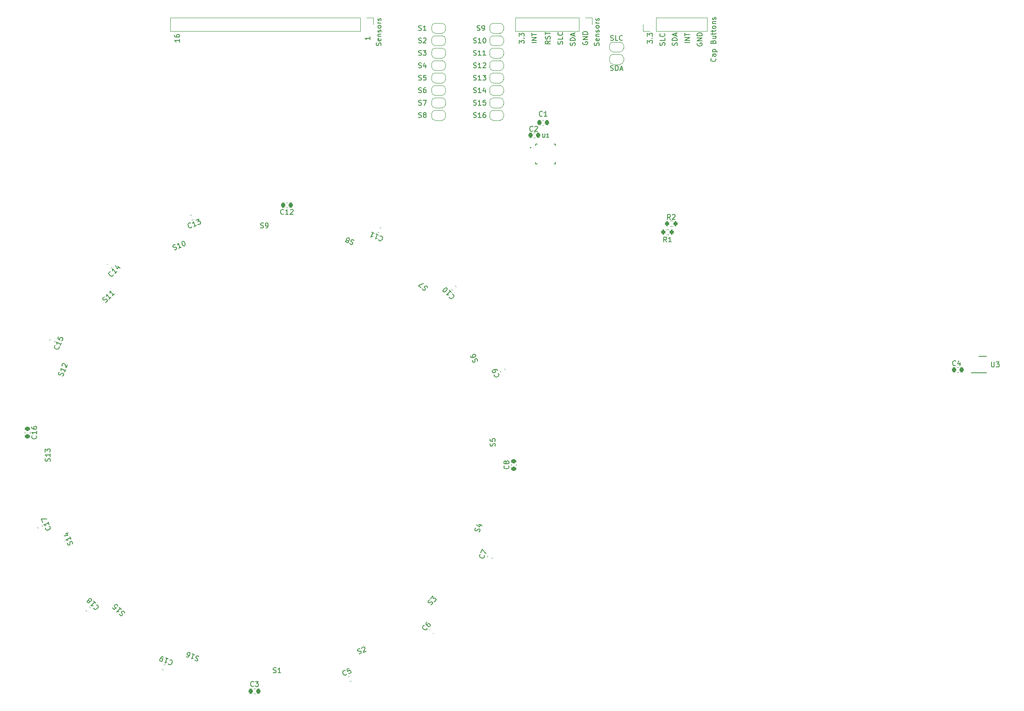
<source format=gto>
G04 #@! TF.GenerationSoftware,KiCad,Pcbnew,(6.0.2)*
G04 #@! TF.CreationDate,2023-03-16T16:07:34-07:00*
G04 #@! TF.ProjectId,hall-censor-and-cap-touch-prototype,68616c6c-2d63-4656-9e73-6f722d616e64,rev?*
G04 #@! TF.SameCoordinates,Original*
G04 #@! TF.FileFunction,Legend,Top*
G04 #@! TF.FilePolarity,Positive*
%FSLAX46Y46*%
G04 Gerber Fmt 4.6, Leading zero omitted, Abs format (unit mm)*
G04 Created by KiCad (PCBNEW (6.0.2)) date 2023-03-16 16:07:34*
%MOMM*%
%LPD*%
G01*
G04 APERTURE LIST*
G04 Aperture macros list*
%AMRoundRect*
0 Rectangle with rounded corners*
0 $1 Rounding radius*
0 $2 $3 $4 $5 $6 $7 $8 $9 X,Y pos of 4 corners*
0 Add a 4 corners polygon primitive as box body*
4,1,4,$2,$3,$4,$5,$6,$7,$8,$9,$2,$3,0*
0 Add four circle primitives for the rounded corners*
1,1,$1+$1,$2,$3*
1,1,$1+$1,$4,$5*
1,1,$1+$1,$6,$7*
1,1,$1+$1,$8,$9*
0 Add four rect primitives between the rounded corners*
20,1,$1+$1,$2,$3,$4,$5,0*
20,1,$1+$1,$4,$5,$6,$7,0*
20,1,$1+$1,$6,$7,$8,$9,0*
20,1,$1+$1,$8,$9,$2,$3,0*%
%AMRotRect*
0 Rectangle, with rotation*
0 The origin of the aperture is its center*
0 $1 length*
0 $2 width*
0 $3 Rotation angle, in degrees counterclockwise*
0 Add horizontal line*
21,1,$1,$2,0,0,$3*%
%AMFreePoly0*
4,1,22,0.500000,-0.750000,0.000000,-0.750000,0.000000,-0.745033,-0.079941,-0.743568,-0.215256,-0.701293,-0.333266,-0.622738,-0.424486,-0.514219,-0.481581,-0.384460,-0.499164,-0.250000,-0.500000,-0.250000,-0.500000,0.250000,-0.499164,0.250000,-0.499963,0.256109,-0.478152,0.396186,-0.417904,0.524511,-0.324060,0.630769,-0.204165,0.706417,-0.067858,0.745374,0.000000,0.744959,0.000000,0.750000,
0.500000,0.750000,0.500000,-0.750000,0.500000,-0.750000,$1*%
%AMFreePoly1*
4,1,20,0.000000,0.744959,0.073905,0.744508,0.209726,0.703889,0.328688,0.626782,0.421226,0.519385,0.479903,0.390333,0.500000,0.250000,0.500000,-0.250000,0.499851,-0.262216,0.476331,-0.402017,0.414519,-0.529596,0.319384,-0.634700,0.198574,-0.708877,0.061801,-0.746166,0.000000,-0.745033,0.000000,-0.750000,-0.500000,-0.750000,-0.500000,0.750000,0.000000,0.750000,0.000000,0.744959,
0.000000,0.744959,$1*%
G04 Aperture macros list end*
%ADD10C,0.150000*%
%ADD11C,0.120000*%
%ADD12C,0.127000*%
%ADD13C,0.200000*%
%ADD14R,1.700000X1.700000*%
%ADD15O,1.700000X1.700000*%
%ADD16RoundRect,0.225000X0.017678X-0.335876X0.335876X-0.017678X-0.017678X0.335876X-0.335876X0.017678X0*%
%ADD17RotRect,1.000000X1.000000X135.000000*%
%ADD18RoundRect,0.225000X0.250000X-0.225000X0.250000X0.225000X-0.250000X0.225000X-0.250000X-0.225000X0*%
%ADD19RotRect,1.000000X1.000000X157.500000*%
%ADD20FreePoly0,180.000000*%
%ADD21FreePoly1,180.000000*%
%ADD22FreePoly0,0.000000*%
%ADD23FreePoly1,0.000000*%
%ADD24RoundRect,0.225000X0.225000X0.250000X-0.225000X0.250000X-0.225000X-0.250000X0.225000X-0.250000X0*%
%ADD25RoundRect,0.225000X-0.303544X-0.144866X0.112202X-0.317074X0.303544X0.144866X-0.112202X0.317074X0*%
%ADD26RoundRect,0.225000X0.144866X-0.303544X0.317074X0.112202X-0.144866X0.303544X-0.317074X-0.112202X0*%
%ADD27RotRect,1.000000X1.000000X22.500000*%
%ADD28R,1.000000X1.000000*%
%ADD29RoundRect,0.225000X-0.250000X0.225000X-0.250000X-0.225000X0.250000X-0.225000X0.250000X0.225000X0*%
%ADD30RoundRect,0.200000X0.200000X0.275000X-0.200000X0.275000X-0.200000X-0.275000X0.200000X-0.275000X0*%
%ADD31RotRect,1.000000X1.000000X112.500000*%
%ADD32RoundRect,0.225000X-0.335876X-0.017678X-0.017678X-0.335876X0.335876X0.017678X0.017678X0.335876X0*%
%ADD33RoundRect,0.225000X-0.017678X0.335876X-0.335876X0.017678X0.017678X-0.335876X0.335876X-0.017678X0*%
%ADD34RoundRect,0.225000X0.112202X0.317074X-0.303544X0.144866X-0.112202X-0.317074X0.303544X-0.144866X0*%
%ADD35RoundRect,0.225000X-0.144866X0.303544X-0.317074X-0.112202X0.144866X-0.303544X0.317074X0.112202X0*%
%ADD36RoundRect,0.200000X-0.200000X-0.275000X0.200000X-0.275000X0.200000X0.275000X-0.200000X0.275000X0*%
%ADD37RotRect,1.000000X1.000000X247.500000*%
%ADD38RotRect,1.000000X1.000000X45.000000*%
%ADD39RoundRect,0.225000X0.317074X-0.112202X0.144866X0.303544X-0.317074X0.112202X-0.144866X-0.303544X0*%
%ADD40R,0.790000X0.270000*%
%ADD41R,0.270000X0.790000*%
%ADD42R,2.700000X2.700000*%
%ADD43RotRect,1.000000X1.000000X225.000000*%
%ADD44RotRect,1.000000X1.000000X202.500000*%
%ADD45RotRect,1.000000X1.000000X315.000000*%
%ADD46RoundRect,0.225000X-0.225000X-0.250000X0.225000X-0.250000X0.225000X0.250000X-0.225000X0.250000X0*%
%ADD47RotRect,1.000000X1.000000X337.500000*%
%ADD48RoundRect,0.225000X0.335876X0.017678X0.017678X0.335876X-0.335876X-0.017678X-0.017678X-0.335876X0*%
%ADD49RoundRect,0.225000X-0.112202X-0.317074X0.303544X-0.144866X0.112202X0.317074X-0.303544X0.144866X0*%
%ADD50RotRect,1.000000X1.000000X292.500000*%
%ADD51RoundRect,0.225000X0.303544X0.144866X-0.112202X0.317074X-0.303544X-0.144866X0.112202X-0.317074X0*%
%ADD52RotRect,1.000000X1.000000X67.500000*%
%ADD53R,1.550000X2.480000*%
%ADD54R,0.650000X0.300000*%
%ADD55RoundRect,0.225000X-0.317074X0.112202X-0.144866X-0.303544X0.317074X-0.112202X0.144866X0.303544X0*%
G04 APERTURE END LIST*
D10*
X191952380Y-113797619D02*
X191952380Y-113178571D01*
X192333333Y-113511904D01*
X192333333Y-113369047D01*
X192380952Y-113273809D01*
X192428571Y-113226190D01*
X192523809Y-113178571D01*
X192761904Y-113178571D01*
X192857142Y-113226190D01*
X192904761Y-113273809D01*
X192952380Y-113369047D01*
X192952380Y-113654761D01*
X192904761Y-113750000D01*
X192857142Y-113797619D01*
X192857142Y-112750000D02*
X192904761Y-112702380D01*
X192952380Y-112750000D01*
X192904761Y-112797619D01*
X192857142Y-112750000D01*
X192952380Y-112750000D01*
X191952380Y-112369047D02*
X191952380Y-111750000D01*
X192333333Y-112083333D01*
X192333333Y-111940476D01*
X192380952Y-111845238D01*
X192428571Y-111797619D01*
X192523809Y-111750000D01*
X192761904Y-111750000D01*
X192857142Y-111797619D01*
X192904761Y-111845238D01*
X192952380Y-111940476D01*
X192952380Y-112226190D01*
X192904761Y-112321428D01*
X192857142Y-112369047D01*
X221154761Y-114190476D02*
X221202380Y-114047619D01*
X221202380Y-113809523D01*
X221154761Y-113714285D01*
X221107142Y-113666666D01*
X221011904Y-113619047D01*
X220916666Y-113619047D01*
X220821428Y-113666666D01*
X220773809Y-113714285D01*
X220726190Y-113809523D01*
X220678571Y-114000000D01*
X220630952Y-114095238D01*
X220583333Y-114142857D01*
X220488095Y-114190476D01*
X220392857Y-114190476D01*
X220297619Y-114142857D01*
X220250000Y-114095238D01*
X220202380Y-114000000D01*
X220202380Y-113761904D01*
X220250000Y-113619047D01*
X221202380Y-112714285D02*
X221202380Y-113190476D01*
X220202380Y-113190476D01*
X221107142Y-111809523D02*
X221154761Y-111857142D01*
X221202380Y-112000000D01*
X221202380Y-112095238D01*
X221154761Y-112238095D01*
X221059523Y-112333333D01*
X220964285Y-112380952D01*
X220773809Y-112428571D01*
X220630952Y-112428571D01*
X220440476Y-112380952D01*
X220345238Y-112333333D01*
X220250000Y-112238095D01*
X220202380Y-112095238D01*
X220202380Y-112000000D01*
X220250000Y-111857142D01*
X220297619Y-111809523D01*
X227750000Y-113761904D02*
X227702380Y-113857142D01*
X227702380Y-114000000D01*
X227750000Y-114142857D01*
X227845238Y-114238095D01*
X227940476Y-114285714D01*
X228130952Y-114333333D01*
X228273809Y-114333333D01*
X228464285Y-114285714D01*
X228559523Y-114238095D01*
X228654761Y-114142857D01*
X228702380Y-114000000D01*
X228702380Y-113904761D01*
X228654761Y-113761904D01*
X228607142Y-113714285D01*
X228273809Y-113714285D01*
X228273809Y-113904761D01*
X228702380Y-113285714D02*
X227702380Y-113285714D01*
X228702380Y-112714285D01*
X227702380Y-112714285D01*
X228702380Y-112238095D02*
X227702380Y-112238095D01*
X227702380Y-112000000D01*
X227750000Y-111857142D01*
X227845238Y-111761904D01*
X227940476Y-111714285D01*
X228130952Y-111666666D01*
X228273809Y-111666666D01*
X228464285Y-111714285D01*
X228559523Y-111761904D01*
X228654761Y-111857142D01*
X228702380Y-112000000D01*
X228702380Y-112238095D01*
X198202380Y-113297619D02*
X197726190Y-113630952D01*
X198202380Y-113869047D02*
X197202380Y-113869047D01*
X197202380Y-113488095D01*
X197250000Y-113392857D01*
X197297619Y-113345238D01*
X197392857Y-113297619D01*
X197535714Y-113297619D01*
X197630952Y-113345238D01*
X197678571Y-113392857D01*
X197726190Y-113488095D01*
X197726190Y-113869047D01*
X198154761Y-112916666D02*
X198202380Y-112773809D01*
X198202380Y-112535714D01*
X198154761Y-112440476D01*
X198107142Y-112392857D01*
X198011904Y-112345238D01*
X197916666Y-112345238D01*
X197821428Y-112392857D01*
X197773809Y-112440476D01*
X197726190Y-112535714D01*
X197678571Y-112726190D01*
X197630952Y-112821428D01*
X197583333Y-112869047D01*
X197488095Y-112916666D01*
X197392857Y-112916666D01*
X197297619Y-112869047D01*
X197250000Y-112821428D01*
X197202380Y-112726190D01*
X197202380Y-112488095D01*
X197250000Y-112345238D01*
X197202380Y-112059523D02*
X197202380Y-111488095D01*
X198202380Y-111773809D02*
X197202380Y-111773809D01*
X203154761Y-114214285D02*
X203202380Y-114071428D01*
X203202380Y-113833333D01*
X203154761Y-113738095D01*
X203107142Y-113690476D01*
X203011904Y-113642857D01*
X202916666Y-113642857D01*
X202821428Y-113690476D01*
X202773809Y-113738095D01*
X202726190Y-113833333D01*
X202678571Y-114023809D01*
X202630952Y-114119047D01*
X202583333Y-114166666D01*
X202488095Y-114214285D01*
X202392857Y-114214285D01*
X202297619Y-114166666D01*
X202250000Y-114119047D01*
X202202380Y-114023809D01*
X202202380Y-113785714D01*
X202250000Y-113642857D01*
X203202380Y-113214285D02*
X202202380Y-113214285D01*
X202202380Y-112976190D01*
X202250000Y-112833333D01*
X202345238Y-112738095D01*
X202440476Y-112690476D01*
X202630952Y-112642857D01*
X202773809Y-112642857D01*
X202964285Y-112690476D01*
X203059523Y-112738095D01*
X203154761Y-112833333D01*
X203202380Y-112976190D01*
X203202380Y-113214285D01*
X202916666Y-112261904D02*
X202916666Y-111785714D01*
X203202380Y-112357142D02*
X202202380Y-112023809D01*
X203202380Y-111690476D01*
X123702380Y-112940476D02*
X123702380Y-113511904D01*
X123702380Y-113226190D02*
X122702380Y-113226190D01*
X122845238Y-113321428D01*
X122940476Y-113416666D01*
X122988095Y-113511904D01*
X122702380Y-112083333D02*
X122702380Y-112273809D01*
X122750000Y-112369047D01*
X122797619Y-112416666D01*
X122940476Y-112511904D01*
X123130952Y-112559523D01*
X123511904Y-112559523D01*
X123607142Y-112511904D01*
X123654761Y-112464285D01*
X123702380Y-112369047D01*
X123702380Y-112178571D01*
X123654761Y-112083333D01*
X123607142Y-112035714D01*
X123511904Y-111988095D01*
X123273809Y-111988095D01*
X123178571Y-112035714D01*
X123130952Y-112083333D01*
X123083333Y-112178571D01*
X123083333Y-112369047D01*
X123130952Y-112464285D01*
X123178571Y-112511904D01*
X123273809Y-112559523D01*
X204750000Y-113511904D02*
X204702380Y-113607142D01*
X204702380Y-113750000D01*
X204750000Y-113892857D01*
X204845238Y-113988095D01*
X204940476Y-114035714D01*
X205130952Y-114083333D01*
X205273809Y-114083333D01*
X205464285Y-114035714D01*
X205559523Y-113988095D01*
X205654761Y-113892857D01*
X205702380Y-113750000D01*
X205702380Y-113654761D01*
X205654761Y-113511904D01*
X205607142Y-113464285D01*
X205273809Y-113464285D01*
X205273809Y-113654761D01*
X205702380Y-113035714D02*
X204702380Y-113035714D01*
X205702380Y-112464285D01*
X204702380Y-112464285D01*
X205702380Y-111988095D02*
X204702380Y-111988095D01*
X204702380Y-111750000D01*
X204750000Y-111607142D01*
X204845238Y-111511904D01*
X204940476Y-111464285D01*
X205130952Y-111416666D01*
X205273809Y-111416666D01*
X205464285Y-111464285D01*
X205559523Y-111511904D01*
X205654761Y-111607142D01*
X205702380Y-111750000D01*
X205702380Y-111988095D01*
X161952380Y-112464285D02*
X161952380Y-113035714D01*
X161952380Y-112750000D02*
X160952380Y-112750000D01*
X161095238Y-112845238D01*
X161190476Y-112940476D01*
X161238095Y-113035714D01*
X200654761Y-113940476D02*
X200702380Y-113797619D01*
X200702380Y-113559523D01*
X200654761Y-113464285D01*
X200607142Y-113416666D01*
X200511904Y-113369047D01*
X200416666Y-113369047D01*
X200321428Y-113416666D01*
X200273809Y-113464285D01*
X200226190Y-113559523D01*
X200178571Y-113750000D01*
X200130952Y-113845238D01*
X200083333Y-113892857D01*
X199988095Y-113940476D01*
X199892857Y-113940476D01*
X199797619Y-113892857D01*
X199750000Y-113845238D01*
X199702380Y-113750000D01*
X199702380Y-113511904D01*
X199750000Y-113369047D01*
X200702380Y-112464285D02*
X200702380Y-112940476D01*
X199702380Y-112940476D01*
X200607142Y-111559523D02*
X200654761Y-111607142D01*
X200702380Y-111750000D01*
X200702380Y-111845238D01*
X200654761Y-111988095D01*
X200559523Y-112083333D01*
X200464285Y-112130952D01*
X200273809Y-112178571D01*
X200130952Y-112178571D01*
X199940476Y-112130952D01*
X199845238Y-112083333D01*
X199750000Y-111988095D01*
X199702380Y-111845238D01*
X199702380Y-111750000D01*
X199750000Y-111607142D01*
X199797619Y-111559523D01*
X226202380Y-113654761D02*
X225202380Y-113654761D01*
X226202380Y-113178571D02*
X225202380Y-113178571D01*
X226202380Y-112607142D01*
X225202380Y-112607142D01*
X225202380Y-112273809D02*
X225202380Y-111702380D01*
X226202380Y-111988095D02*
X225202380Y-111988095D01*
X195452380Y-113654761D02*
X194452380Y-113654761D01*
X195452380Y-113178571D02*
X194452380Y-113178571D01*
X195452380Y-112607142D01*
X194452380Y-112607142D01*
X194452380Y-112273809D02*
X194452380Y-111702380D01*
X195452380Y-111988095D02*
X194452380Y-111988095D01*
X217702380Y-113797619D02*
X217702380Y-113178571D01*
X218083333Y-113511904D01*
X218083333Y-113369047D01*
X218130952Y-113273809D01*
X218178571Y-113226190D01*
X218273809Y-113178571D01*
X218511904Y-113178571D01*
X218607142Y-113226190D01*
X218654761Y-113273809D01*
X218702380Y-113369047D01*
X218702380Y-113654761D01*
X218654761Y-113750000D01*
X218607142Y-113797619D01*
X218607142Y-112750000D02*
X218654761Y-112702380D01*
X218702380Y-112750000D01*
X218654761Y-112797619D01*
X218607142Y-112750000D01*
X218702380Y-112750000D01*
X217702380Y-112369047D02*
X217702380Y-111750000D01*
X218083333Y-112083333D01*
X218083333Y-111940476D01*
X218130952Y-111845238D01*
X218178571Y-111797619D01*
X218273809Y-111750000D01*
X218511904Y-111750000D01*
X218607142Y-111797619D01*
X218654761Y-111845238D01*
X218702380Y-111940476D01*
X218702380Y-112226190D01*
X218654761Y-112321428D01*
X218607142Y-112369047D01*
X223654761Y-114214285D02*
X223702380Y-114071428D01*
X223702380Y-113833333D01*
X223654761Y-113738095D01*
X223607142Y-113690476D01*
X223511904Y-113642857D01*
X223416666Y-113642857D01*
X223321428Y-113690476D01*
X223273809Y-113738095D01*
X223226190Y-113833333D01*
X223178571Y-114023809D01*
X223130952Y-114119047D01*
X223083333Y-114166666D01*
X222988095Y-114214285D01*
X222892857Y-114214285D01*
X222797619Y-114166666D01*
X222750000Y-114119047D01*
X222702380Y-114023809D01*
X222702380Y-113785714D01*
X222750000Y-113642857D01*
X223702380Y-113214285D02*
X222702380Y-113214285D01*
X222702380Y-112976190D01*
X222750000Y-112833333D01*
X222845238Y-112738095D01*
X222940476Y-112690476D01*
X223130952Y-112642857D01*
X223273809Y-112642857D01*
X223464285Y-112690476D01*
X223559523Y-112738095D01*
X223654761Y-112833333D01*
X223702380Y-112976190D01*
X223702380Y-113214285D01*
X223416666Y-112261904D02*
X223416666Y-111785714D01*
X223702380Y-112357142D02*
X222702380Y-112023809D01*
X223702380Y-111690476D01*
X164154761Y-114238095D02*
X164202380Y-114095238D01*
X164202380Y-113857142D01*
X164154761Y-113761904D01*
X164107142Y-113714285D01*
X164011904Y-113666666D01*
X163916666Y-113666666D01*
X163821428Y-113714285D01*
X163773809Y-113761904D01*
X163726190Y-113857142D01*
X163678571Y-114047619D01*
X163630952Y-114142857D01*
X163583333Y-114190476D01*
X163488095Y-114238095D01*
X163392857Y-114238095D01*
X163297619Y-114190476D01*
X163250000Y-114142857D01*
X163202380Y-114047619D01*
X163202380Y-113809523D01*
X163250000Y-113666666D01*
X164154761Y-112857142D02*
X164202380Y-112952380D01*
X164202380Y-113142857D01*
X164154761Y-113238095D01*
X164059523Y-113285714D01*
X163678571Y-113285714D01*
X163583333Y-113238095D01*
X163535714Y-113142857D01*
X163535714Y-112952380D01*
X163583333Y-112857142D01*
X163678571Y-112809523D01*
X163773809Y-112809523D01*
X163869047Y-113285714D01*
X163535714Y-112380952D02*
X164202380Y-112380952D01*
X163630952Y-112380952D02*
X163583333Y-112333333D01*
X163535714Y-112238095D01*
X163535714Y-112095238D01*
X163583333Y-112000000D01*
X163678571Y-111952380D01*
X164202380Y-111952380D01*
X164154761Y-111523809D02*
X164202380Y-111428571D01*
X164202380Y-111238095D01*
X164154761Y-111142857D01*
X164059523Y-111095238D01*
X164011904Y-111095238D01*
X163916666Y-111142857D01*
X163869047Y-111238095D01*
X163869047Y-111380952D01*
X163821428Y-111476190D01*
X163726190Y-111523809D01*
X163678571Y-111523809D01*
X163583333Y-111476190D01*
X163535714Y-111380952D01*
X163535714Y-111238095D01*
X163583333Y-111142857D01*
X164202380Y-110523809D02*
X164154761Y-110619047D01*
X164107142Y-110666666D01*
X164011904Y-110714285D01*
X163726190Y-110714285D01*
X163630952Y-110666666D01*
X163583333Y-110619047D01*
X163535714Y-110523809D01*
X163535714Y-110380952D01*
X163583333Y-110285714D01*
X163630952Y-110238095D01*
X163726190Y-110190476D01*
X164011904Y-110190476D01*
X164107142Y-110238095D01*
X164154761Y-110285714D01*
X164202380Y-110380952D01*
X164202380Y-110523809D01*
X164202380Y-109761904D02*
X163535714Y-109761904D01*
X163726190Y-109761904D02*
X163630952Y-109714285D01*
X163583333Y-109666666D01*
X163535714Y-109571428D01*
X163535714Y-109476190D01*
X164154761Y-109190476D02*
X164202380Y-109095238D01*
X164202380Y-108904761D01*
X164154761Y-108809523D01*
X164059523Y-108761904D01*
X164011904Y-108761904D01*
X163916666Y-108809523D01*
X163869047Y-108904761D01*
X163869047Y-109047619D01*
X163821428Y-109142857D01*
X163726190Y-109190476D01*
X163678571Y-109190476D01*
X163583333Y-109142857D01*
X163535714Y-109047619D01*
X163535714Y-108904761D01*
X163583333Y-108809523D01*
X173437076Y-231342778D02*
X173437076Y-231410121D01*
X173369732Y-231544808D01*
X173302389Y-231612152D01*
X173167701Y-231679495D01*
X173033014Y-231679495D01*
X172931999Y-231645824D01*
X172763640Y-231544808D01*
X172662625Y-231443793D01*
X172561610Y-231275434D01*
X172527938Y-231174419D01*
X172527938Y-231039732D01*
X172595282Y-230905045D01*
X172662625Y-230837701D01*
X172797312Y-230770358D01*
X172864656Y-230770358D01*
X173403404Y-230096923D02*
X173268717Y-230231610D01*
X173235045Y-230332625D01*
X173235045Y-230399969D01*
X173268717Y-230568327D01*
X173369732Y-230736686D01*
X173639106Y-231006060D01*
X173740121Y-231039732D01*
X173807465Y-231039732D01*
X173908480Y-231006060D01*
X174043167Y-230871373D01*
X174076839Y-230770358D01*
X174076839Y-230703014D01*
X174043167Y-230601999D01*
X173874808Y-230433640D01*
X173773793Y-230399969D01*
X173706450Y-230399969D01*
X173605434Y-230433640D01*
X173470747Y-230568327D01*
X173437076Y-230669343D01*
X173437076Y-230736686D01*
X173470747Y-230837701D01*
X173524329Y-162877114D02*
X173456986Y-162742427D01*
X173288627Y-162574068D01*
X173187612Y-162540396D01*
X173120268Y-162540396D01*
X173019253Y-162574068D01*
X172951910Y-162641411D01*
X172918238Y-162742427D01*
X172918238Y-162809770D01*
X172951910Y-162910785D01*
X173052925Y-163079144D01*
X173086597Y-163180159D01*
X173086597Y-163247503D01*
X173052925Y-163348518D01*
X172985581Y-163415862D01*
X172884566Y-163449533D01*
X172817223Y-163449533D01*
X172716207Y-163415862D01*
X172547849Y-163247503D01*
X172480505Y-163112816D01*
X172211131Y-162910785D02*
X171739727Y-162439381D01*
X172749879Y-162035320D01*
X189777142Y-198686666D02*
X189824761Y-198734285D01*
X189872380Y-198877142D01*
X189872380Y-198972380D01*
X189824761Y-199115238D01*
X189729523Y-199210476D01*
X189634285Y-199258095D01*
X189443809Y-199305714D01*
X189300952Y-199305714D01*
X189110476Y-199258095D01*
X189015238Y-199210476D01*
X188920000Y-199115238D01*
X188872380Y-198972380D01*
X188872380Y-198877142D01*
X188920000Y-198734285D01*
X188967619Y-198686666D01*
X189300952Y-198115238D02*
X189253333Y-198210476D01*
X189205714Y-198258095D01*
X189110476Y-198305714D01*
X189062857Y-198305714D01*
X188967619Y-198258095D01*
X188920000Y-198210476D01*
X188872380Y-198115238D01*
X188872380Y-197924761D01*
X188920000Y-197829523D01*
X188967619Y-197781904D01*
X189062857Y-197734285D01*
X189110476Y-197734285D01*
X189205714Y-197781904D01*
X189253333Y-197829523D01*
X189300952Y-197924761D01*
X189300952Y-198115238D01*
X189348571Y-198210476D01*
X189396190Y-198258095D01*
X189491428Y-198305714D01*
X189681904Y-198305714D01*
X189777142Y-198258095D01*
X189824761Y-198210476D01*
X189872380Y-198115238D01*
X189872380Y-197924761D01*
X189824761Y-197829523D01*
X189777142Y-197781904D01*
X189681904Y-197734285D01*
X189491428Y-197734285D01*
X189396190Y-197781904D01*
X189348571Y-197829523D01*
X189300952Y-197924761D01*
X158786463Y-153418920D02*
X158672704Y-153320256D01*
X158452732Y-153229141D01*
X158346521Y-153236689D01*
X158284303Y-153262461D01*
X158203863Y-153332226D01*
X158167417Y-153420215D01*
X158174965Y-153526426D01*
X158200737Y-153588643D01*
X158270502Y-153669084D01*
X158428256Y-153785970D01*
X158498022Y-153866410D01*
X158523793Y-153928628D01*
X158531341Y-154034839D01*
X158494895Y-154122828D01*
X158414455Y-154192593D01*
X158352237Y-154218365D01*
X158246026Y-154225913D01*
X158026055Y-154134798D01*
X157912295Y-154036134D01*
X157530148Y-153465504D02*
X157599913Y-153545944D01*
X157625685Y-153608162D01*
X157633233Y-153714373D01*
X157615010Y-153758367D01*
X157534569Y-153828133D01*
X157472352Y-153853904D01*
X157366141Y-153861452D01*
X157190164Y-153788560D01*
X157120398Y-153708120D01*
X157094627Y-153645903D01*
X157087079Y-153539691D01*
X157105302Y-153495697D01*
X157185742Y-153425931D01*
X157247959Y-153400160D01*
X157354171Y-153392612D01*
X157530148Y-153465504D01*
X157636359Y-153457956D01*
X157698577Y-153432185D01*
X157779017Y-153362419D01*
X157851909Y-153186442D01*
X157844361Y-153080230D01*
X157818590Y-153018013D01*
X157748824Y-152937573D01*
X157572847Y-152864681D01*
X157466635Y-152872229D01*
X157404418Y-152898000D01*
X157323978Y-152967766D01*
X157251086Y-153143743D01*
X157258634Y-153249954D01*
X157284405Y-153312172D01*
X157354171Y-153392612D01*
X210309523Y-113154761D02*
X210452380Y-113202380D01*
X210690476Y-113202380D01*
X210785714Y-113154761D01*
X210833333Y-113107142D01*
X210880952Y-113011904D01*
X210880952Y-112916666D01*
X210833333Y-112821428D01*
X210785714Y-112773809D01*
X210690476Y-112726190D01*
X210500000Y-112678571D01*
X210404761Y-112630952D01*
X210357142Y-112583333D01*
X210309523Y-112488095D01*
X210309523Y-112392857D01*
X210357142Y-112297619D01*
X210404761Y-112250000D01*
X210500000Y-112202380D01*
X210738095Y-112202380D01*
X210880952Y-112250000D01*
X211785714Y-113202380D02*
X211309523Y-113202380D01*
X211309523Y-112202380D01*
X212690476Y-113107142D02*
X212642857Y-113154761D01*
X212500000Y-113202380D01*
X212404761Y-113202380D01*
X212261904Y-113154761D01*
X212166666Y-113059523D01*
X212119047Y-112964285D01*
X212071428Y-112773809D01*
X212071428Y-112630952D01*
X212119047Y-112440476D01*
X212166666Y-112345238D01*
X212261904Y-112250000D01*
X212404761Y-112202380D01*
X212500000Y-112202380D01*
X212642857Y-112250000D01*
X212690476Y-112297619D01*
X171738095Y-126154761D02*
X171880952Y-126202380D01*
X172119047Y-126202380D01*
X172214285Y-126154761D01*
X172261904Y-126107142D01*
X172309523Y-126011904D01*
X172309523Y-125916666D01*
X172261904Y-125821428D01*
X172214285Y-125773809D01*
X172119047Y-125726190D01*
X171928571Y-125678571D01*
X171833333Y-125630952D01*
X171785714Y-125583333D01*
X171738095Y-125488095D01*
X171738095Y-125392857D01*
X171785714Y-125297619D01*
X171833333Y-125250000D01*
X171928571Y-125202380D01*
X172166666Y-125202380D01*
X172309523Y-125250000D01*
X172642857Y-125202380D02*
X173309523Y-125202380D01*
X172880952Y-126202380D01*
X194692753Y-131357142D02*
X194645134Y-131404761D01*
X194502277Y-131452380D01*
X194407039Y-131452380D01*
X194264181Y-131404761D01*
X194168943Y-131309523D01*
X194121324Y-131214285D01*
X194073705Y-131023809D01*
X194073705Y-130880952D01*
X194121324Y-130690476D01*
X194168943Y-130595238D01*
X194264181Y-130500000D01*
X194407039Y-130452380D01*
X194502277Y-130452380D01*
X194645134Y-130500000D01*
X194692753Y-130547619D01*
X195073705Y-130547619D02*
X195121324Y-130500000D01*
X195216562Y-130452380D01*
X195454658Y-130452380D01*
X195549896Y-130500000D01*
X195597515Y-130547619D01*
X195645134Y-130642857D01*
X195645134Y-130738095D01*
X195597515Y-130880952D01*
X195026086Y-131452380D01*
X195645134Y-131452380D01*
X121760007Y-237754271D02*
X121822224Y-237728500D01*
X121972430Y-237739175D01*
X122060418Y-237775621D01*
X122174178Y-237874284D01*
X122225721Y-237998719D01*
X122233269Y-238104930D01*
X122204371Y-238299130D01*
X122149702Y-238431113D01*
X122032816Y-238588867D01*
X121952375Y-238658633D01*
X121827941Y-238710175D01*
X121677735Y-238699500D01*
X121589746Y-238663054D01*
X121475987Y-238564391D01*
X121450215Y-238502174D01*
X120916567Y-237301822D02*
X121444499Y-237520499D01*
X121180533Y-237411160D02*
X120797850Y-238335040D01*
X120940507Y-238239503D01*
X121064942Y-238187961D01*
X121171153Y-238180413D01*
X120476625Y-237119592D02*
X120300648Y-237046700D01*
X120194436Y-237054248D01*
X120132219Y-237080020D01*
X119989561Y-237175556D01*
X119872675Y-237333310D01*
X119726891Y-237685264D01*
X119734439Y-237791476D01*
X119760210Y-237853693D01*
X119829976Y-237934134D01*
X120005953Y-238007026D01*
X120112164Y-237999477D01*
X120174382Y-237973706D01*
X120254822Y-237903941D01*
X120345937Y-237683969D01*
X120338389Y-237577758D01*
X120312618Y-237515541D01*
X120242852Y-237435100D01*
X120066875Y-237362208D01*
X119960664Y-237369756D01*
X119898446Y-237395528D01*
X119818006Y-237465293D01*
X184938504Y-216789366D02*
X184964275Y-216851583D01*
X184953600Y-217001789D01*
X184917154Y-217089778D01*
X184818491Y-217203537D01*
X184694056Y-217255080D01*
X184587845Y-217262628D01*
X184393645Y-217233730D01*
X184261662Y-217179061D01*
X184103908Y-217062175D01*
X184034142Y-216981735D01*
X183982600Y-216857300D01*
X183993275Y-216707094D01*
X184029721Y-216619106D01*
X184128384Y-216505346D01*
X184190601Y-216479575D01*
X184230174Y-216135169D02*
X184485296Y-215519249D01*
X185245169Y-216297881D01*
X171738095Y-113654761D02*
X171880952Y-113702380D01*
X172119047Y-113702380D01*
X172214285Y-113654761D01*
X172261904Y-113607142D01*
X172309523Y-113511904D01*
X172309523Y-113416666D01*
X172261904Y-113321428D01*
X172214285Y-113273809D01*
X172119047Y-113226190D01*
X171928571Y-113178571D01*
X171833333Y-113130952D01*
X171785714Y-113083333D01*
X171738095Y-112988095D01*
X171738095Y-112892857D01*
X171785714Y-112797619D01*
X171833333Y-112750000D01*
X171928571Y-112702380D01*
X172166666Y-112702380D01*
X172309523Y-112750000D01*
X172690476Y-112797619D02*
X172738095Y-112750000D01*
X172833333Y-112702380D01*
X173071428Y-112702380D01*
X173166666Y-112750000D01*
X173214285Y-112797619D01*
X173261904Y-112892857D01*
X173261904Y-112988095D01*
X173214285Y-113130952D01*
X172642857Y-113702380D01*
X173261904Y-113702380D01*
X159759294Y-236516194D02*
X159909500Y-236505519D01*
X160129471Y-236414404D01*
X160199237Y-236333964D01*
X160225008Y-236271747D01*
X160232556Y-236165535D01*
X160196110Y-236077547D01*
X160115670Y-236007781D01*
X160053452Y-235982010D01*
X159947241Y-235974462D01*
X159753041Y-236003359D01*
X159646829Y-235995811D01*
X159584612Y-235970040D01*
X159504172Y-235900274D01*
X159467726Y-235812286D01*
X159475274Y-235706074D01*
X159501045Y-235643857D01*
X159570811Y-235563417D01*
X159790782Y-235472302D01*
X159940988Y-235461627D01*
X160311165Y-235359837D02*
X160336936Y-235297620D01*
X160406702Y-235217179D01*
X160626673Y-235126064D01*
X160732884Y-235133612D01*
X160795102Y-235159384D01*
X160875542Y-235229149D01*
X160911988Y-235317138D01*
X160922663Y-235467344D01*
X160613408Y-236213951D01*
X161185333Y-235977052D01*
X196583333Y-128357142D02*
X196535714Y-128404761D01*
X196392857Y-128452380D01*
X196297619Y-128452380D01*
X196154761Y-128404761D01*
X196059523Y-128309523D01*
X196011904Y-128214285D01*
X195964285Y-128023809D01*
X195964285Y-127880952D01*
X196011904Y-127690476D01*
X196059523Y-127595238D01*
X196154761Y-127500000D01*
X196297619Y-127452380D01*
X196392857Y-127452380D01*
X196535714Y-127500000D01*
X196583333Y-127547619D01*
X197535714Y-128452380D02*
X196964285Y-128452380D01*
X197250000Y-128452380D02*
X197250000Y-127452380D01*
X197154761Y-127595238D01*
X197059523Y-127690476D01*
X196964285Y-127738095D01*
X183488095Y-111154761D02*
X183630952Y-111202380D01*
X183869047Y-111202380D01*
X183964285Y-111154761D01*
X184011904Y-111107142D01*
X184059523Y-111011904D01*
X184059523Y-110916666D01*
X184011904Y-110821428D01*
X183964285Y-110773809D01*
X183869047Y-110726190D01*
X183678571Y-110678571D01*
X183583333Y-110630952D01*
X183535714Y-110583333D01*
X183488095Y-110488095D01*
X183488095Y-110392857D01*
X183535714Y-110297619D01*
X183583333Y-110250000D01*
X183678571Y-110202380D01*
X183916666Y-110202380D01*
X184059523Y-110250000D01*
X184535714Y-111202380D02*
X184726190Y-111202380D01*
X184821428Y-111154761D01*
X184869047Y-111107142D01*
X184964285Y-110964285D01*
X185011904Y-110773809D01*
X185011904Y-110392857D01*
X184964285Y-110297619D01*
X184916666Y-110250000D01*
X184821428Y-110202380D01*
X184630952Y-110202380D01*
X184535714Y-110250000D01*
X184488095Y-110297619D01*
X184440476Y-110392857D01*
X184440476Y-110630952D01*
X184488095Y-110726190D01*
X184535714Y-110773809D01*
X184630952Y-110821428D01*
X184821428Y-110821428D01*
X184916666Y-110773809D01*
X184964285Y-110726190D01*
X185011904Y-110630952D01*
X139993095Y-150849761D02*
X140135952Y-150897380D01*
X140374047Y-150897380D01*
X140469285Y-150849761D01*
X140516904Y-150802142D01*
X140564523Y-150706904D01*
X140564523Y-150611666D01*
X140516904Y-150516428D01*
X140469285Y-150468809D01*
X140374047Y-150421190D01*
X140183571Y-150373571D01*
X140088333Y-150325952D01*
X140040714Y-150278333D01*
X139993095Y-150183095D01*
X139993095Y-150087857D01*
X140040714Y-149992619D01*
X140088333Y-149945000D01*
X140183571Y-149897380D01*
X140421666Y-149897380D01*
X140564523Y-149945000D01*
X141040714Y-150897380D02*
X141231190Y-150897380D01*
X141326428Y-150849761D01*
X141374047Y-150802142D01*
X141469285Y-150659285D01*
X141516904Y-150468809D01*
X141516904Y-150087857D01*
X141469285Y-149992619D01*
X141421666Y-149945000D01*
X141326428Y-149897380D01*
X141135952Y-149897380D01*
X141040714Y-149945000D01*
X140993095Y-149992619D01*
X140945476Y-150087857D01*
X140945476Y-150325952D01*
X140993095Y-150421190D01*
X141040714Y-150468809D01*
X141135952Y-150516428D01*
X141326428Y-150516428D01*
X141421666Y-150468809D01*
X141469285Y-150421190D01*
X141516904Y-150325952D01*
X171738095Y-111154761D02*
X171880952Y-111202380D01*
X172119047Y-111202380D01*
X172214285Y-111154761D01*
X172261904Y-111107142D01*
X172309523Y-111011904D01*
X172309523Y-110916666D01*
X172261904Y-110821428D01*
X172214285Y-110773809D01*
X172119047Y-110726190D01*
X171928571Y-110678571D01*
X171833333Y-110630952D01*
X171785714Y-110583333D01*
X171738095Y-110488095D01*
X171738095Y-110392857D01*
X171785714Y-110297619D01*
X171833333Y-110250000D01*
X171928571Y-110202380D01*
X172166666Y-110202380D01*
X172309523Y-110250000D01*
X173261904Y-111202380D02*
X172690476Y-111202380D01*
X172976190Y-111202380D02*
X172976190Y-110202380D01*
X172880952Y-110345238D01*
X172785714Y-110440476D01*
X172690476Y-110488095D01*
X94887142Y-192662857D02*
X94934761Y-192710476D01*
X94982380Y-192853333D01*
X94982380Y-192948571D01*
X94934761Y-193091428D01*
X94839523Y-193186666D01*
X94744285Y-193234285D01*
X94553809Y-193281904D01*
X94410952Y-193281904D01*
X94220476Y-193234285D01*
X94125238Y-193186666D01*
X94030000Y-193091428D01*
X93982380Y-192948571D01*
X93982380Y-192853333D01*
X94030000Y-192710476D01*
X94077619Y-192662857D01*
X94982380Y-191710476D02*
X94982380Y-192281904D01*
X94982380Y-191996190D02*
X93982380Y-191996190D01*
X94125238Y-192091428D01*
X94220476Y-192186666D01*
X94268095Y-192281904D01*
X93982380Y-190853333D02*
X93982380Y-191043809D01*
X94030000Y-191139047D01*
X94077619Y-191186666D01*
X94220476Y-191281904D01*
X94410952Y-191329523D01*
X94791904Y-191329523D01*
X94887142Y-191281904D01*
X94934761Y-191234285D01*
X94982380Y-191139047D01*
X94982380Y-190948571D01*
X94934761Y-190853333D01*
X94887142Y-190805714D01*
X94791904Y-190758095D01*
X94553809Y-190758095D01*
X94458571Y-190805714D01*
X94410952Y-190853333D01*
X94363333Y-190948571D01*
X94363333Y-191139047D01*
X94410952Y-191234285D01*
X94458571Y-191281904D01*
X94553809Y-191329523D01*
X187079761Y-194761904D02*
X187127380Y-194619047D01*
X187127380Y-194380952D01*
X187079761Y-194285714D01*
X187032142Y-194238095D01*
X186936904Y-194190476D01*
X186841666Y-194190476D01*
X186746428Y-194238095D01*
X186698809Y-194285714D01*
X186651190Y-194380952D01*
X186603571Y-194571428D01*
X186555952Y-194666666D01*
X186508333Y-194714285D01*
X186413095Y-194761904D01*
X186317857Y-194761904D01*
X186222619Y-194714285D01*
X186175000Y-194666666D01*
X186127380Y-194571428D01*
X186127380Y-194333333D01*
X186175000Y-194190476D01*
X186127380Y-193285714D02*
X186127380Y-193761904D01*
X186603571Y-193809523D01*
X186555952Y-193761904D01*
X186508333Y-193666666D01*
X186508333Y-193428571D01*
X186555952Y-193333333D01*
X186603571Y-193285714D01*
X186698809Y-193238095D01*
X186936904Y-193238095D01*
X187032142Y-193285714D01*
X187079761Y-193333333D01*
X187127380Y-193428571D01*
X187127380Y-193666666D01*
X187079761Y-193761904D01*
X187032142Y-193809523D01*
X222333333Y-149202380D02*
X222000000Y-148726190D01*
X221761904Y-149202380D02*
X221761904Y-148202380D01*
X222142857Y-148202380D01*
X222238095Y-148250000D01*
X222285714Y-148297619D01*
X222333333Y-148392857D01*
X222333333Y-148535714D01*
X222285714Y-148630952D01*
X222238095Y-148678571D01*
X222142857Y-148726190D01*
X221761904Y-148726190D01*
X222714285Y-148297619D02*
X222761904Y-148250000D01*
X222857142Y-148202380D01*
X223095238Y-148202380D01*
X223190476Y-148250000D01*
X223238095Y-148297619D01*
X223285714Y-148392857D01*
X223285714Y-148488095D01*
X223238095Y-148630952D01*
X222666666Y-149202380D01*
X223285714Y-149202380D01*
X171738095Y-123654761D02*
X171880952Y-123702380D01*
X172119047Y-123702380D01*
X172214285Y-123654761D01*
X172261904Y-123607142D01*
X172309523Y-123511904D01*
X172309523Y-123416666D01*
X172261904Y-123321428D01*
X172214285Y-123273809D01*
X172119047Y-123226190D01*
X171928571Y-123178571D01*
X171833333Y-123130952D01*
X171785714Y-123083333D01*
X171738095Y-122988095D01*
X171738095Y-122892857D01*
X171785714Y-122797619D01*
X171833333Y-122750000D01*
X171928571Y-122702380D01*
X172166666Y-122702380D01*
X172309523Y-122750000D01*
X173166666Y-122702380D02*
X172976190Y-122702380D01*
X172880952Y-122750000D01*
X172833333Y-122797619D01*
X172738095Y-122940476D01*
X172690476Y-123130952D01*
X172690476Y-123511904D01*
X172738095Y-123607142D01*
X172785714Y-123654761D01*
X172880952Y-123702380D01*
X173071428Y-123702380D01*
X173166666Y-123654761D01*
X173214285Y-123607142D01*
X173261904Y-123511904D01*
X173261904Y-123273809D01*
X173214285Y-123178571D01*
X173166666Y-123130952D01*
X173071428Y-123083333D01*
X172880952Y-123083333D01*
X172785714Y-123130952D01*
X172738095Y-123178571D01*
X172690476Y-123273809D01*
X171738095Y-116154761D02*
X171880952Y-116202380D01*
X172119047Y-116202380D01*
X172214285Y-116154761D01*
X172261904Y-116107142D01*
X172309523Y-116011904D01*
X172309523Y-115916666D01*
X172261904Y-115821428D01*
X172214285Y-115773809D01*
X172119047Y-115726190D01*
X171928571Y-115678571D01*
X171833333Y-115630952D01*
X171785714Y-115583333D01*
X171738095Y-115488095D01*
X171738095Y-115392857D01*
X171785714Y-115297619D01*
X171833333Y-115250000D01*
X171928571Y-115202380D01*
X172166666Y-115202380D01*
X172309523Y-115250000D01*
X172642857Y-115202380D02*
X173261904Y-115202380D01*
X172928571Y-115583333D01*
X173071428Y-115583333D01*
X173166666Y-115630952D01*
X173214285Y-115678571D01*
X173261904Y-115773809D01*
X173261904Y-116011904D01*
X173214285Y-116107142D01*
X173166666Y-116154761D01*
X173071428Y-116202380D01*
X172785714Y-116202380D01*
X172690476Y-116154761D01*
X172642857Y-116107142D01*
X183596194Y-177610705D02*
X183585519Y-177460499D01*
X183494404Y-177240528D01*
X183413964Y-177170762D01*
X183351747Y-177144991D01*
X183245535Y-177137443D01*
X183157547Y-177173889D01*
X183087781Y-177254329D01*
X183062010Y-177316547D01*
X183054462Y-177422758D01*
X183083359Y-177616958D01*
X183075811Y-177723170D01*
X183050040Y-177785387D01*
X182980274Y-177865827D01*
X182892286Y-177902273D01*
X182786074Y-177894725D01*
X182723857Y-177868954D01*
X182643417Y-177799188D01*
X182552302Y-177579217D01*
X182541627Y-177429011D01*
X182169618Y-176655338D02*
X182242510Y-176831315D01*
X182322951Y-176901080D01*
X182385168Y-176926851D01*
X182553597Y-176960171D01*
X182747797Y-176931273D01*
X183099751Y-176785489D01*
X183169516Y-176705049D01*
X183195288Y-176642831D01*
X183202836Y-176536620D01*
X183129944Y-176360643D01*
X183049503Y-176290877D01*
X182987286Y-176265106D01*
X182881075Y-176257558D01*
X182661103Y-176348673D01*
X182591338Y-176429113D01*
X182565567Y-176491330D01*
X182558018Y-176597542D01*
X182630910Y-176773519D01*
X182711351Y-176843284D01*
X182773568Y-176869056D01*
X182879780Y-176876604D01*
X107020261Y-226662859D02*
X107087605Y-226662859D01*
X107222292Y-226730203D01*
X107289635Y-226797546D01*
X107356979Y-226932233D01*
X107356979Y-227066920D01*
X107323307Y-227167935D01*
X107222292Y-227336294D01*
X107121277Y-227437309D01*
X106952918Y-227538325D01*
X106851903Y-227571996D01*
X106717216Y-227571996D01*
X106582529Y-227504653D01*
X106515185Y-227437309D01*
X106447842Y-227302622D01*
X106447842Y-227235279D01*
X106414170Y-225922080D02*
X106818231Y-226326141D01*
X106616200Y-226124111D02*
X105909093Y-226831218D01*
X106077452Y-226797546D01*
X106212139Y-226797546D01*
X106313154Y-226831218D01*
X105606048Y-225922080D02*
X105639719Y-226023096D01*
X105639719Y-226090439D01*
X105606048Y-226191454D01*
X105572376Y-226225126D01*
X105471361Y-226258798D01*
X105404017Y-226258798D01*
X105303002Y-226225126D01*
X105168315Y-226090439D01*
X105134643Y-225989424D01*
X105134643Y-225922080D01*
X105168315Y-225821065D01*
X105201987Y-225787393D01*
X105303002Y-225753722D01*
X105370345Y-225753722D01*
X105471361Y-225787393D01*
X105606048Y-225922080D01*
X105707063Y-225955752D01*
X105774406Y-225955752D01*
X105875422Y-225922080D01*
X106010109Y-225787393D01*
X106043780Y-225686378D01*
X106043780Y-225619035D01*
X106010109Y-225518019D01*
X105875422Y-225383332D01*
X105774406Y-225349661D01*
X105707063Y-225349661D01*
X105606048Y-225383332D01*
X105471361Y-225518019D01*
X105437689Y-225619035D01*
X105437689Y-225686378D01*
X105471361Y-225787393D01*
X110409132Y-160238269D02*
X110409132Y-160305613D01*
X110341788Y-160440300D01*
X110274445Y-160507643D01*
X110139758Y-160574987D01*
X110005071Y-160574987D01*
X109904056Y-160541315D01*
X109735697Y-160440300D01*
X109634682Y-160339285D01*
X109533666Y-160170926D01*
X109499995Y-160069911D01*
X109499995Y-159935224D01*
X109567338Y-159800537D01*
X109634682Y-159733193D01*
X109769369Y-159665850D01*
X109836712Y-159665850D01*
X111149911Y-159632178D02*
X110745850Y-160036239D01*
X110947880Y-159834208D02*
X110240773Y-159127101D01*
X110274445Y-159295460D01*
X110274445Y-159430147D01*
X110240773Y-159531163D01*
X111284598Y-158554682D02*
X111756002Y-159026086D01*
X110846865Y-158453666D02*
X111183582Y-159127101D01*
X111621315Y-158689369D01*
X126189987Y-150667115D02*
X126164215Y-150729333D01*
X126050456Y-150827996D01*
X125962467Y-150864442D01*
X125812261Y-150875117D01*
X125687827Y-150823574D01*
X125607386Y-150753809D01*
X125490500Y-150596055D01*
X125435831Y-150464072D01*
X125406933Y-150269872D01*
X125414481Y-150163660D01*
X125466024Y-150039226D01*
X125579784Y-149940562D01*
X125667772Y-149904116D01*
X125817978Y-149893442D01*
X125880195Y-149919213D01*
X127106318Y-150390643D02*
X126578387Y-150609320D01*
X126842352Y-150499981D02*
X126459669Y-149576102D01*
X126426349Y-149744531D01*
X126374807Y-149868965D01*
X126305041Y-149949406D01*
X127031594Y-149339203D02*
X127603520Y-149102303D01*
X127441344Y-149581819D01*
X127573327Y-149527150D01*
X127679538Y-149534698D01*
X127741756Y-149560469D01*
X127822196Y-149630235D01*
X127913311Y-149850206D01*
X127905763Y-149956417D01*
X127879992Y-150018635D01*
X127810226Y-150099075D01*
X127546261Y-150208413D01*
X127440049Y-150200865D01*
X127377832Y-150175094D01*
X99505094Y-174797832D02*
X99530865Y-174860049D01*
X99520190Y-175010255D01*
X99483744Y-175098243D01*
X99385081Y-175212003D01*
X99260646Y-175263546D01*
X99154435Y-175271094D01*
X98960235Y-175242196D01*
X98828252Y-175187527D01*
X98670498Y-175070641D01*
X98600732Y-174990200D01*
X98549190Y-174865766D01*
X98559865Y-174715560D01*
X98596311Y-174627571D01*
X98694974Y-174513812D01*
X98757191Y-174488040D01*
X99957543Y-173954392D02*
X99738866Y-174482324D01*
X99848205Y-174218358D02*
X98924325Y-173835675D01*
X99019862Y-173978332D01*
X99071404Y-174102767D01*
X99078952Y-174208978D01*
X99379900Y-172735818D02*
X99197670Y-173175761D01*
X99619390Y-173401985D01*
X99593619Y-173339768D01*
X99586070Y-173233556D01*
X99677186Y-173013585D01*
X99757626Y-172943819D01*
X99819843Y-172918048D01*
X99926055Y-172910500D01*
X100146026Y-173001615D01*
X100215792Y-173082055D01*
X100241563Y-173144273D01*
X100249111Y-173250484D01*
X100157996Y-173470456D01*
X100077556Y-173540221D01*
X100015338Y-173565992D01*
X221583333Y-153702380D02*
X221250000Y-153226190D01*
X221011904Y-153702380D02*
X221011904Y-152702380D01*
X221392857Y-152702380D01*
X221488095Y-152750000D01*
X221535714Y-152797619D01*
X221583333Y-152892857D01*
X221583333Y-153035714D01*
X221535714Y-153130952D01*
X221488095Y-153178571D01*
X221392857Y-153226190D01*
X221011904Y-153226190D01*
X222535714Y-153702380D02*
X221964285Y-153702380D01*
X222250000Y-153702380D02*
X222250000Y-152702380D01*
X222154761Y-152845238D01*
X222059523Y-152940476D01*
X221964285Y-152988095D01*
X100197462Y-180707093D02*
X100296126Y-180593333D01*
X100387241Y-180373362D01*
X100379692Y-180267150D01*
X100353921Y-180204933D01*
X100284156Y-180124493D01*
X100196167Y-180088047D01*
X100089956Y-180095595D01*
X100027738Y-180121366D01*
X99947298Y-180191132D01*
X99830412Y-180348886D01*
X99749971Y-180418651D01*
X99687754Y-180444423D01*
X99581543Y-180451971D01*
X99493554Y-180415525D01*
X99423788Y-180335084D01*
X99398017Y-180272867D01*
X99390469Y-180166656D01*
X99481584Y-179946684D01*
X99580247Y-179832924D01*
X100824593Y-179317500D02*
X100605917Y-179845431D01*
X100715255Y-179581465D02*
X99791375Y-179198782D01*
X99886912Y-179341439D01*
X99938455Y-179465874D01*
X99946003Y-179572085D01*
X100134486Y-178619308D02*
X100108715Y-178557091D01*
X100101167Y-178450879D01*
X100192282Y-178230908D01*
X100272722Y-178161142D01*
X100334940Y-178135371D01*
X100441151Y-178127823D01*
X100529140Y-178164269D01*
X100642899Y-178262932D01*
X100952154Y-179009540D01*
X101189054Y-178437614D01*
X174213975Y-226665419D02*
X174348662Y-226598076D01*
X174517021Y-226429717D01*
X174550693Y-226328702D01*
X174550693Y-226261358D01*
X174517021Y-226160343D01*
X174449678Y-226093000D01*
X174348662Y-226059328D01*
X174281319Y-226059328D01*
X174180304Y-226093000D01*
X174011945Y-226194015D01*
X173910930Y-226227687D01*
X173843586Y-226227687D01*
X173742571Y-226194015D01*
X173675227Y-226126671D01*
X173641556Y-226025656D01*
X173641556Y-225958313D01*
X173675227Y-225857297D01*
X173843586Y-225688939D01*
X173978273Y-225621595D01*
X174180304Y-225352221D02*
X174618036Y-224914488D01*
X174651708Y-225419565D01*
X174752723Y-225318549D01*
X174853739Y-225284878D01*
X174921082Y-225284878D01*
X175022097Y-225318549D01*
X175190456Y-225486908D01*
X175224128Y-225587923D01*
X175224128Y-225655267D01*
X175190456Y-225756282D01*
X174988426Y-225958313D01*
X174887410Y-225991984D01*
X174820067Y-225991984D01*
X97679761Y-197778095D02*
X97727380Y-197635238D01*
X97727380Y-197397142D01*
X97679761Y-197301904D01*
X97632142Y-197254285D01*
X97536904Y-197206666D01*
X97441666Y-197206666D01*
X97346428Y-197254285D01*
X97298809Y-197301904D01*
X97251190Y-197397142D01*
X97203571Y-197587619D01*
X97155952Y-197682857D01*
X97108333Y-197730476D01*
X97013095Y-197778095D01*
X96917857Y-197778095D01*
X96822619Y-197730476D01*
X96775000Y-197682857D01*
X96727380Y-197587619D01*
X96727380Y-197349523D01*
X96775000Y-197206666D01*
X97727380Y-196254285D02*
X97727380Y-196825714D01*
X97727380Y-196540000D02*
X96727380Y-196540000D01*
X96870238Y-196635238D01*
X96965476Y-196730476D01*
X97013095Y-196825714D01*
X96727380Y-195920952D02*
X96727380Y-195301904D01*
X97108333Y-195635238D01*
X97108333Y-195492380D01*
X97155952Y-195397142D01*
X97203571Y-195349523D01*
X97298809Y-195301904D01*
X97536904Y-195301904D01*
X97632142Y-195349523D01*
X97679761Y-195397142D01*
X97727380Y-195492380D01*
X97727380Y-195778095D01*
X97679761Y-195873333D01*
X97632142Y-195920952D01*
X182761904Y-126154761D02*
X182904761Y-126202380D01*
X183142857Y-126202380D01*
X183238095Y-126154761D01*
X183285714Y-126107142D01*
X183333333Y-126011904D01*
X183333333Y-125916666D01*
X183285714Y-125821428D01*
X183238095Y-125773809D01*
X183142857Y-125726190D01*
X182952380Y-125678571D01*
X182857142Y-125630952D01*
X182809523Y-125583333D01*
X182761904Y-125488095D01*
X182761904Y-125392857D01*
X182809523Y-125297619D01*
X182857142Y-125250000D01*
X182952380Y-125202380D01*
X183190476Y-125202380D01*
X183333333Y-125250000D01*
X184285714Y-126202380D02*
X183714285Y-126202380D01*
X184000000Y-126202380D02*
X184000000Y-125202380D01*
X183904761Y-125345238D01*
X183809523Y-125440476D01*
X183714285Y-125488095D01*
X185190476Y-125202380D02*
X184714285Y-125202380D01*
X184666666Y-125678571D01*
X184714285Y-125630952D01*
X184809523Y-125583333D01*
X185047619Y-125583333D01*
X185142857Y-125630952D01*
X185190476Y-125678571D01*
X185238095Y-125773809D01*
X185238095Y-126011904D01*
X185190476Y-126107142D01*
X185142857Y-126154761D01*
X185047619Y-126202380D01*
X184809523Y-126202380D01*
X184714285Y-126154761D01*
X184666666Y-126107142D01*
X210285714Y-119204761D02*
X210428571Y-119252380D01*
X210666666Y-119252380D01*
X210761904Y-119204761D01*
X210809523Y-119157142D01*
X210857142Y-119061904D01*
X210857142Y-118966666D01*
X210809523Y-118871428D01*
X210761904Y-118823809D01*
X210666666Y-118776190D01*
X210476190Y-118728571D01*
X210380952Y-118680952D01*
X210333333Y-118633333D01*
X210285714Y-118538095D01*
X210285714Y-118442857D01*
X210333333Y-118347619D01*
X210380952Y-118300000D01*
X210476190Y-118252380D01*
X210714285Y-118252380D01*
X210857142Y-118300000D01*
X211285714Y-119252380D02*
X211285714Y-118252380D01*
X211523809Y-118252380D01*
X211666666Y-118300000D01*
X211761904Y-118395238D01*
X211809523Y-118490476D01*
X211857142Y-118680952D01*
X211857142Y-118823809D01*
X211809523Y-119014285D01*
X211761904Y-119109523D01*
X211666666Y-119204761D01*
X211523809Y-119252380D01*
X211285714Y-119252380D01*
X212238095Y-118966666D02*
X212714285Y-118966666D01*
X212142857Y-119252380D02*
X212476190Y-118252380D01*
X212809523Y-119252380D01*
X182761904Y-121154761D02*
X182904761Y-121202380D01*
X183142857Y-121202380D01*
X183238095Y-121154761D01*
X183285714Y-121107142D01*
X183333333Y-121011904D01*
X183333333Y-120916666D01*
X183285714Y-120821428D01*
X183238095Y-120773809D01*
X183142857Y-120726190D01*
X182952380Y-120678571D01*
X182857142Y-120630952D01*
X182809523Y-120583333D01*
X182761904Y-120488095D01*
X182761904Y-120392857D01*
X182809523Y-120297619D01*
X182857142Y-120250000D01*
X182952380Y-120202380D01*
X183190476Y-120202380D01*
X183333333Y-120250000D01*
X184285714Y-121202380D02*
X183714285Y-121202380D01*
X184000000Y-121202380D02*
X184000000Y-120202380D01*
X183904761Y-120345238D01*
X183809523Y-120440476D01*
X183714285Y-120488095D01*
X184619047Y-120202380D02*
X185238095Y-120202380D01*
X184904761Y-120583333D01*
X185047619Y-120583333D01*
X185142857Y-120630952D01*
X185190476Y-120678571D01*
X185238095Y-120773809D01*
X185238095Y-121011904D01*
X185190476Y-121107142D01*
X185142857Y-121154761D01*
X185047619Y-121202380D01*
X184761904Y-121202380D01*
X184666666Y-121154761D01*
X184619047Y-121107142D01*
X187672589Y-180084544D02*
X187734806Y-180110315D01*
X187833470Y-180224075D01*
X187869916Y-180312063D01*
X187880590Y-180462269D01*
X187829048Y-180586704D01*
X187759283Y-180667144D01*
X187601528Y-180784030D01*
X187469546Y-180838699D01*
X187275346Y-180867597D01*
X187169134Y-180860049D01*
X187044699Y-180808507D01*
X186946036Y-180694747D01*
X186909590Y-180606758D01*
X186898915Y-180456552D01*
X186924687Y-180394335D01*
X187578347Y-179608155D02*
X187505455Y-179432178D01*
X187425015Y-179362413D01*
X187362798Y-179336641D01*
X187194369Y-179303322D01*
X187000169Y-179332220D01*
X186648215Y-179478004D01*
X186578449Y-179558444D01*
X186552678Y-179620661D01*
X186545130Y-179726873D01*
X186618022Y-179902850D01*
X186698462Y-179972616D01*
X186760679Y-179998387D01*
X186866891Y-180005935D01*
X187086862Y-179914820D01*
X187156628Y-179834380D01*
X187182399Y-179772162D01*
X187189947Y-179665951D01*
X187117055Y-179489974D01*
X187036615Y-179420208D01*
X186974398Y-179394437D01*
X186868186Y-179386889D01*
X182761904Y-113654761D02*
X182904761Y-113702380D01*
X183142857Y-113702380D01*
X183238095Y-113654761D01*
X183285714Y-113607142D01*
X183333333Y-113511904D01*
X183333333Y-113416666D01*
X183285714Y-113321428D01*
X183238095Y-113273809D01*
X183142857Y-113226190D01*
X182952380Y-113178571D01*
X182857142Y-113130952D01*
X182809523Y-113083333D01*
X182761904Y-112988095D01*
X182761904Y-112892857D01*
X182809523Y-112797619D01*
X182857142Y-112750000D01*
X182952380Y-112702380D01*
X183190476Y-112702380D01*
X183333333Y-112750000D01*
X184285714Y-113702380D02*
X183714285Y-113702380D01*
X184000000Y-113702380D02*
X184000000Y-112702380D01*
X183904761Y-112845238D01*
X183809523Y-112940476D01*
X183714285Y-112988095D01*
X184904761Y-112702380D02*
X185000000Y-112702380D01*
X185095238Y-112750000D01*
X185142857Y-112797619D01*
X185190476Y-112892857D01*
X185238095Y-113083333D01*
X185238095Y-113321428D01*
X185190476Y-113511904D01*
X185142857Y-113607142D01*
X185095238Y-113654761D01*
X185000000Y-113702380D01*
X184904761Y-113702380D01*
X184809523Y-113654761D01*
X184761904Y-113607142D01*
X184714285Y-113511904D01*
X184666666Y-113321428D01*
X184666666Y-113083333D01*
X184714285Y-112892857D01*
X184761904Y-112797619D01*
X184809523Y-112750000D01*
X184904761Y-112702380D01*
X207984761Y-114238095D02*
X208032380Y-114095238D01*
X208032380Y-113857142D01*
X207984761Y-113761904D01*
X207937142Y-113714285D01*
X207841904Y-113666666D01*
X207746666Y-113666666D01*
X207651428Y-113714285D01*
X207603809Y-113761904D01*
X207556190Y-113857142D01*
X207508571Y-114047619D01*
X207460952Y-114142857D01*
X207413333Y-114190476D01*
X207318095Y-114238095D01*
X207222857Y-114238095D01*
X207127619Y-114190476D01*
X207080000Y-114142857D01*
X207032380Y-114047619D01*
X207032380Y-113809523D01*
X207080000Y-113666666D01*
X207984761Y-112857142D02*
X208032380Y-112952380D01*
X208032380Y-113142857D01*
X207984761Y-113238095D01*
X207889523Y-113285714D01*
X207508571Y-113285714D01*
X207413333Y-113238095D01*
X207365714Y-113142857D01*
X207365714Y-112952380D01*
X207413333Y-112857142D01*
X207508571Y-112809523D01*
X207603809Y-112809523D01*
X207699047Y-113285714D01*
X207365714Y-112380952D02*
X208032380Y-112380952D01*
X207460952Y-112380952D02*
X207413333Y-112333333D01*
X207365714Y-112238095D01*
X207365714Y-112095238D01*
X207413333Y-112000000D01*
X207508571Y-111952380D01*
X208032380Y-111952380D01*
X207984761Y-111523809D02*
X208032380Y-111428571D01*
X208032380Y-111238095D01*
X207984761Y-111142857D01*
X207889523Y-111095238D01*
X207841904Y-111095238D01*
X207746666Y-111142857D01*
X207699047Y-111238095D01*
X207699047Y-111380952D01*
X207651428Y-111476190D01*
X207556190Y-111523809D01*
X207508571Y-111523809D01*
X207413333Y-111476190D01*
X207365714Y-111380952D01*
X207365714Y-111238095D01*
X207413333Y-111142857D01*
X208032380Y-110523809D02*
X207984761Y-110619047D01*
X207937142Y-110666666D01*
X207841904Y-110714285D01*
X207556190Y-110714285D01*
X207460952Y-110666666D01*
X207413333Y-110619047D01*
X207365714Y-110523809D01*
X207365714Y-110380952D01*
X207413333Y-110285714D01*
X207460952Y-110238095D01*
X207556190Y-110190476D01*
X207841904Y-110190476D01*
X207937142Y-110238095D01*
X207984761Y-110285714D01*
X208032380Y-110380952D01*
X208032380Y-110523809D01*
X208032380Y-109761904D02*
X207365714Y-109761904D01*
X207556190Y-109761904D02*
X207460952Y-109714285D01*
X207413333Y-109666666D01*
X207365714Y-109571428D01*
X207365714Y-109476190D01*
X207984761Y-109190476D02*
X208032380Y-109095238D01*
X208032380Y-108904761D01*
X207984761Y-108809523D01*
X207889523Y-108761904D01*
X207841904Y-108761904D01*
X207746666Y-108809523D01*
X207699047Y-108904761D01*
X207699047Y-109047619D01*
X207651428Y-109142857D01*
X207556190Y-109190476D01*
X207508571Y-109190476D01*
X207413333Y-109142857D01*
X207365714Y-109047619D01*
X207365714Y-108904761D01*
X207413333Y-108809523D01*
X196640476Y-131878904D02*
X196640476Y-132526523D01*
X196678571Y-132602714D01*
X196716666Y-132640809D01*
X196792857Y-132678904D01*
X196945238Y-132678904D01*
X197021428Y-132640809D01*
X197059523Y-132602714D01*
X197097619Y-132526523D01*
X197097619Y-131878904D01*
X197897619Y-132678904D02*
X197440476Y-132678904D01*
X197669047Y-132678904D02*
X197669047Y-131878904D01*
X197592857Y-131993190D01*
X197516666Y-132069380D01*
X197440476Y-132107476D01*
X108857782Y-165824765D02*
X108992469Y-165757421D01*
X109160828Y-165589063D01*
X109194499Y-165488047D01*
X109194499Y-165420704D01*
X109160828Y-165319689D01*
X109093484Y-165252345D01*
X108992469Y-165218673D01*
X108925125Y-165218673D01*
X108824110Y-165252345D01*
X108655751Y-165353360D01*
X108554736Y-165387032D01*
X108487393Y-165387032D01*
X108386377Y-165353360D01*
X108319034Y-165286017D01*
X108285362Y-165185002D01*
X108285362Y-165117658D01*
X108319034Y-165016643D01*
X108487393Y-164848284D01*
X108622080Y-164780941D01*
X109968950Y-164780941D02*
X109564889Y-165185002D01*
X109766919Y-164982971D02*
X109059812Y-164275864D01*
X109093484Y-164444223D01*
X109093484Y-164578910D01*
X109059812Y-164679925D01*
X110642385Y-164107506D02*
X110238324Y-164511567D01*
X110440354Y-164309536D02*
X109733247Y-163602429D01*
X109766919Y-163770788D01*
X109766919Y-163905475D01*
X109733247Y-164006490D01*
X122652737Y-155287074D02*
X122802943Y-155276399D01*
X123022914Y-155185284D01*
X123092680Y-155104844D01*
X123118451Y-155042627D01*
X123125999Y-154936415D01*
X123089553Y-154848427D01*
X123009113Y-154778661D01*
X122946896Y-154752890D01*
X122840684Y-154745342D01*
X122646484Y-154774240D01*
X122540273Y-154766691D01*
X122478055Y-154740920D01*
X122397615Y-154671155D01*
X122361169Y-154583166D01*
X122368717Y-154476955D01*
X122394488Y-154414737D01*
X122464254Y-154334297D01*
X122684225Y-154243182D01*
X122834431Y-154232507D01*
X124078777Y-154747932D02*
X123550846Y-154966608D01*
X123814811Y-154857270D02*
X123432128Y-153933390D01*
X123398808Y-154101819D01*
X123347266Y-154226254D01*
X123277500Y-154306694D01*
X124268019Y-153587153D02*
X124356007Y-153550707D01*
X124462219Y-153558255D01*
X124524436Y-153584027D01*
X124604876Y-153653792D01*
X124721763Y-153811546D01*
X124812878Y-154031517D01*
X124841776Y-154225717D01*
X124834227Y-154331929D01*
X124808456Y-154394146D01*
X124738691Y-154474587D01*
X124650702Y-154511033D01*
X124544491Y-154503484D01*
X124482273Y-154477713D01*
X124401833Y-154407948D01*
X124284947Y-154250194D01*
X124193832Y-154030222D01*
X124164934Y-153836022D01*
X124172482Y-153729811D01*
X124198253Y-153667593D01*
X124268019Y-153587153D01*
X171738095Y-118654761D02*
X171880952Y-118702380D01*
X172119047Y-118702380D01*
X172214285Y-118654761D01*
X172261904Y-118607142D01*
X172309523Y-118511904D01*
X172309523Y-118416666D01*
X172261904Y-118321428D01*
X172214285Y-118273809D01*
X172119047Y-118226190D01*
X171928571Y-118178571D01*
X171833333Y-118130952D01*
X171785714Y-118083333D01*
X171738095Y-117988095D01*
X171738095Y-117892857D01*
X171785714Y-117797619D01*
X171833333Y-117750000D01*
X171928571Y-117702380D01*
X172166666Y-117702380D01*
X172309523Y-117750000D01*
X173166666Y-118035714D02*
X173166666Y-118702380D01*
X172928571Y-117654761D02*
X172690476Y-118369047D01*
X173309523Y-118369047D01*
X171738095Y-128654761D02*
X171880952Y-128702380D01*
X172119047Y-128702380D01*
X172214285Y-128654761D01*
X172261904Y-128607142D01*
X172309523Y-128511904D01*
X172309523Y-128416666D01*
X172261904Y-128321428D01*
X172214285Y-128273809D01*
X172119047Y-128226190D01*
X171928571Y-128178571D01*
X171833333Y-128130952D01*
X171785714Y-128083333D01*
X171738095Y-127988095D01*
X171738095Y-127892857D01*
X171785714Y-127797619D01*
X171833333Y-127750000D01*
X171928571Y-127702380D01*
X172166666Y-127702380D01*
X172309523Y-127750000D01*
X172880952Y-128130952D02*
X172785714Y-128083333D01*
X172738095Y-128035714D01*
X172690476Y-127940476D01*
X172690476Y-127892857D01*
X172738095Y-127797619D01*
X172785714Y-127750000D01*
X172880952Y-127702380D01*
X173071428Y-127702380D01*
X173166666Y-127750000D01*
X173214285Y-127797619D01*
X173261904Y-127892857D01*
X173261904Y-127940476D01*
X173214285Y-128035714D01*
X173166666Y-128083333D01*
X173071428Y-128130952D01*
X172880952Y-128130952D01*
X172785714Y-128178571D01*
X172738095Y-128226190D01*
X172690476Y-128321428D01*
X172690476Y-128511904D01*
X172738095Y-128607142D01*
X172785714Y-128654761D01*
X172880952Y-128702380D01*
X173071428Y-128702380D01*
X173166666Y-128654761D01*
X173214285Y-128607142D01*
X173261904Y-128511904D01*
X173261904Y-128321428D01*
X173214285Y-128226190D01*
X173166666Y-128178571D01*
X173071428Y-128130952D01*
X142533095Y-240249761D02*
X142675952Y-240297380D01*
X142914047Y-240297380D01*
X143009285Y-240249761D01*
X143056904Y-240202142D01*
X143104523Y-240106904D01*
X143104523Y-240011666D01*
X143056904Y-239916428D01*
X143009285Y-239868809D01*
X142914047Y-239821190D01*
X142723571Y-239773571D01*
X142628333Y-239725952D01*
X142580714Y-239678333D01*
X142533095Y-239583095D01*
X142533095Y-239487857D01*
X142580714Y-239392619D01*
X142628333Y-239345000D01*
X142723571Y-239297380D01*
X142961666Y-239297380D01*
X143104523Y-239345000D01*
X144056904Y-240297380D02*
X143485476Y-240297380D01*
X143771190Y-240297380D02*
X143771190Y-239297380D01*
X143675952Y-239440238D01*
X143580714Y-239535476D01*
X143485476Y-239583095D01*
X231357142Y-116809523D02*
X231404761Y-116857142D01*
X231452380Y-117000000D01*
X231452380Y-117095238D01*
X231404761Y-117238095D01*
X231309523Y-117333333D01*
X231214285Y-117380952D01*
X231023809Y-117428571D01*
X230880952Y-117428571D01*
X230690476Y-117380952D01*
X230595238Y-117333333D01*
X230500000Y-117238095D01*
X230452380Y-117095238D01*
X230452380Y-117000000D01*
X230500000Y-116857142D01*
X230547619Y-116809523D01*
X231452380Y-115952380D02*
X230928571Y-115952380D01*
X230833333Y-116000000D01*
X230785714Y-116095238D01*
X230785714Y-116285714D01*
X230833333Y-116380952D01*
X231404761Y-115952380D02*
X231452380Y-116047619D01*
X231452380Y-116285714D01*
X231404761Y-116380952D01*
X231309523Y-116428571D01*
X231214285Y-116428571D01*
X231119047Y-116380952D01*
X231071428Y-116285714D01*
X231071428Y-116047619D01*
X231023809Y-115952380D01*
X230785714Y-115476190D02*
X231785714Y-115476190D01*
X230833333Y-115476190D02*
X230785714Y-115380952D01*
X230785714Y-115190476D01*
X230833333Y-115095238D01*
X230880952Y-115047619D01*
X230976190Y-115000000D01*
X231261904Y-115000000D01*
X231357142Y-115047619D01*
X231404761Y-115095238D01*
X231452380Y-115190476D01*
X231452380Y-115380952D01*
X231404761Y-115476190D01*
X230928571Y-113476190D02*
X230976190Y-113333333D01*
X231023809Y-113285714D01*
X231119047Y-113238095D01*
X231261904Y-113238095D01*
X231357142Y-113285714D01*
X231404761Y-113333333D01*
X231452380Y-113428571D01*
X231452380Y-113809523D01*
X230452380Y-113809523D01*
X230452380Y-113476190D01*
X230500000Y-113380952D01*
X230547619Y-113333333D01*
X230642857Y-113285714D01*
X230738095Y-113285714D01*
X230833333Y-113333333D01*
X230880952Y-113380952D01*
X230928571Y-113476190D01*
X230928571Y-113809523D01*
X230785714Y-112380952D02*
X231452380Y-112380952D01*
X230785714Y-112809523D02*
X231309523Y-112809523D01*
X231404761Y-112761904D01*
X231452380Y-112666666D01*
X231452380Y-112523809D01*
X231404761Y-112428571D01*
X231357142Y-112380952D01*
X230785714Y-112047619D02*
X230785714Y-111666666D01*
X230452380Y-111904761D02*
X231309523Y-111904761D01*
X231404761Y-111857142D01*
X231452380Y-111761904D01*
X231452380Y-111666666D01*
X230785714Y-111476190D02*
X230785714Y-111095238D01*
X230452380Y-111333333D02*
X231309523Y-111333333D01*
X231404761Y-111285714D01*
X231452380Y-111190476D01*
X231452380Y-111095238D01*
X231452380Y-110619047D02*
X231404761Y-110714285D01*
X231357142Y-110761904D01*
X231261904Y-110809523D01*
X230976190Y-110809523D01*
X230880952Y-110761904D01*
X230833333Y-110714285D01*
X230785714Y-110619047D01*
X230785714Y-110476190D01*
X230833333Y-110380952D01*
X230880952Y-110333333D01*
X230976190Y-110285714D01*
X231261904Y-110285714D01*
X231357142Y-110333333D01*
X231404761Y-110380952D01*
X231452380Y-110476190D01*
X231452380Y-110619047D01*
X230785714Y-109857142D02*
X231452380Y-109857142D01*
X230880952Y-109857142D02*
X230833333Y-109809523D01*
X230785714Y-109714285D01*
X230785714Y-109571428D01*
X230833333Y-109476190D01*
X230928571Y-109428571D01*
X231452380Y-109428571D01*
X231404761Y-109000000D02*
X231452380Y-108904761D01*
X231452380Y-108714285D01*
X231404761Y-108619047D01*
X231309523Y-108571428D01*
X231261904Y-108571428D01*
X231166666Y-108619047D01*
X231119047Y-108714285D01*
X231119047Y-108857142D01*
X231071428Y-108952380D01*
X230976190Y-109000000D01*
X230928571Y-109000000D01*
X230833333Y-108952380D01*
X230785714Y-108857142D01*
X230785714Y-108714285D01*
X230833333Y-108619047D01*
X112654765Y-228262217D02*
X112587421Y-228127530D01*
X112419063Y-227959171D01*
X112318047Y-227925500D01*
X112250704Y-227925500D01*
X112149689Y-227959171D01*
X112082345Y-228026515D01*
X112048673Y-228127530D01*
X112048673Y-228194874D01*
X112082345Y-228295889D01*
X112183360Y-228464248D01*
X112217032Y-228565263D01*
X112217032Y-228632606D01*
X112183360Y-228733622D01*
X112116017Y-228800965D01*
X112015002Y-228834637D01*
X111947658Y-228834637D01*
X111846643Y-228800965D01*
X111678284Y-228632606D01*
X111610941Y-228497919D01*
X111610941Y-227151049D02*
X112015002Y-227555110D01*
X111812971Y-227353080D02*
X111105864Y-228060187D01*
X111274223Y-228026515D01*
X111408910Y-228026515D01*
X111509925Y-228060187D01*
X110264071Y-227218393D02*
X110600788Y-227555110D01*
X110971177Y-227252065D01*
X110903834Y-227252065D01*
X110802819Y-227218393D01*
X110634460Y-227050034D01*
X110600788Y-226949019D01*
X110600788Y-226881675D01*
X110634460Y-226780660D01*
X110802819Y-226612301D01*
X110903834Y-226578630D01*
X110971177Y-226578630D01*
X111072193Y-226612301D01*
X111240551Y-226780660D01*
X111274223Y-226881675D01*
X111274223Y-226949019D01*
X171738095Y-121154761D02*
X171880952Y-121202380D01*
X172119047Y-121202380D01*
X172214285Y-121154761D01*
X172261904Y-121107142D01*
X172309523Y-121011904D01*
X172309523Y-120916666D01*
X172261904Y-120821428D01*
X172214285Y-120773809D01*
X172119047Y-120726190D01*
X171928571Y-120678571D01*
X171833333Y-120630952D01*
X171785714Y-120583333D01*
X171738095Y-120488095D01*
X171738095Y-120392857D01*
X171785714Y-120297619D01*
X171833333Y-120250000D01*
X171928571Y-120202380D01*
X172166666Y-120202380D01*
X172309523Y-120250000D01*
X173214285Y-120202380D02*
X172738095Y-120202380D01*
X172690476Y-120678571D01*
X172738095Y-120630952D01*
X172833333Y-120583333D01*
X173071428Y-120583333D01*
X173166666Y-120630952D01*
X173214285Y-120678571D01*
X173261904Y-120773809D01*
X173261904Y-121011904D01*
X173214285Y-121107142D01*
X173166666Y-121154761D01*
X173071428Y-121202380D01*
X172833333Y-121202380D01*
X172738095Y-121154761D01*
X172690476Y-121107142D01*
X144632142Y-148057142D02*
X144584523Y-148104761D01*
X144441666Y-148152380D01*
X144346428Y-148152380D01*
X144203571Y-148104761D01*
X144108333Y-148009523D01*
X144060714Y-147914285D01*
X144013095Y-147723809D01*
X144013095Y-147580952D01*
X144060714Y-147390476D01*
X144108333Y-147295238D01*
X144203571Y-147200000D01*
X144346428Y-147152380D01*
X144441666Y-147152380D01*
X144584523Y-147200000D01*
X144632142Y-147247619D01*
X145584523Y-148152380D02*
X145013095Y-148152380D01*
X145298809Y-148152380D02*
X145298809Y-147152380D01*
X145203571Y-147295238D01*
X145108333Y-147390476D01*
X145013095Y-147438095D01*
X145965476Y-147247619D02*
X146013095Y-147200000D01*
X146108333Y-147152380D01*
X146346428Y-147152380D01*
X146441666Y-147200000D01*
X146489285Y-147247619D01*
X146536904Y-147342857D01*
X146536904Y-147438095D01*
X146489285Y-147580952D01*
X145917857Y-148152380D01*
X146536904Y-148152380D01*
X182761904Y-128654761D02*
X182904761Y-128702380D01*
X183142857Y-128702380D01*
X183238095Y-128654761D01*
X183285714Y-128607142D01*
X183333333Y-128511904D01*
X183333333Y-128416666D01*
X183285714Y-128321428D01*
X183238095Y-128273809D01*
X183142857Y-128226190D01*
X182952380Y-128178571D01*
X182857142Y-128130952D01*
X182809523Y-128083333D01*
X182761904Y-127988095D01*
X182761904Y-127892857D01*
X182809523Y-127797619D01*
X182857142Y-127750000D01*
X182952380Y-127702380D01*
X183190476Y-127702380D01*
X183333333Y-127750000D01*
X184285714Y-128702380D02*
X183714285Y-128702380D01*
X184000000Y-128702380D02*
X184000000Y-127702380D01*
X183904761Y-127845238D01*
X183809523Y-127940476D01*
X183714285Y-127988095D01*
X185142857Y-127702380D02*
X184952380Y-127702380D01*
X184857142Y-127750000D01*
X184809523Y-127797619D01*
X184714285Y-127940476D01*
X184666666Y-128130952D01*
X184666666Y-128511904D01*
X184714285Y-128607142D01*
X184761904Y-128654761D01*
X184857142Y-128702380D01*
X185047619Y-128702380D01*
X185142857Y-128654761D01*
X185190476Y-128607142D01*
X185238095Y-128511904D01*
X185238095Y-128273809D01*
X185190476Y-128178571D01*
X185142857Y-128130952D01*
X185047619Y-128083333D01*
X184857142Y-128083333D01*
X184761904Y-128130952D01*
X184714285Y-128178571D01*
X184666666Y-128273809D01*
X138608333Y-242947142D02*
X138560714Y-242994761D01*
X138417857Y-243042380D01*
X138322619Y-243042380D01*
X138179761Y-242994761D01*
X138084523Y-242899523D01*
X138036904Y-242804285D01*
X137989285Y-242613809D01*
X137989285Y-242470952D01*
X138036904Y-242280476D01*
X138084523Y-242185238D01*
X138179761Y-242090000D01*
X138322619Y-242042380D01*
X138417857Y-242042380D01*
X138560714Y-242090000D01*
X138608333Y-242137619D01*
X138941666Y-242042380D02*
X139560714Y-242042380D01*
X139227380Y-242423333D01*
X139370238Y-242423333D01*
X139465476Y-242470952D01*
X139513095Y-242518571D01*
X139560714Y-242613809D01*
X139560714Y-242851904D01*
X139513095Y-242947142D01*
X139465476Y-242994761D01*
X139370238Y-243042380D01*
X139084523Y-243042380D01*
X138989285Y-242994761D01*
X138941666Y-242947142D01*
X182761904Y-116154761D02*
X182904761Y-116202380D01*
X183142857Y-116202380D01*
X183238095Y-116154761D01*
X183285714Y-116107142D01*
X183333333Y-116011904D01*
X183333333Y-115916666D01*
X183285714Y-115821428D01*
X183238095Y-115773809D01*
X183142857Y-115726190D01*
X182952380Y-115678571D01*
X182857142Y-115630952D01*
X182809523Y-115583333D01*
X182761904Y-115488095D01*
X182761904Y-115392857D01*
X182809523Y-115297619D01*
X182857142Y-115250000D01*
X182952380Y-115202380D01*
X183190476Y-115202380D01*
X183333333Y-115250000D01*
X184285714Y-116202380D02*
X183714285Y-116202380D01*
X184000000Y-116202380D02*
X184000000Y-115202380D01*
X183904761Y-115345238D01*
X183809523Y-115440476D01*
X183714285Y-115488095D01*
X185238095Y-116202380D02*
X184666666Y-116202380D01*
X184952380Y-116202380D02*
X184952380Y-115202380D01*
X184857142Y-115345238D01*
X184761904Y-115440476D01*
X184666666Y-115488095D01*
X182761904Y-118654761D02*
X182904761Y-118702380D01*
X183142857Y-118702380D01*
X183238095Y-118654761D01*
X183285714Y-118607142D01*
X183333333Y-118511904D01*
X183333333Y-118416666D01*
X183285714Y-118321428D01*
X183238095Y-118273809D01*
X183142857Y-118226190D01*
X182952380Y-118178571D01*
X182857142Y-118130952D01*
X182809523Y-118083333D01*
X182761904Y-117988095D01*
X182761904Y-117892857D01*
X182809523Y-117797619D01*
X182857142Y-117750000D01*
X182952380Y-117702380D01*
X183190476Y-117702380D01*
X183333333Y-117750000D01*
X184285714Y-118702380D02*
X183714285Y-118702380D01*
X184000000Y-118702380D02*
X184000000Y-117702380D01*
X183904761Y-117845238D01*
X183809523Y-117940476D01*
X183714285Y-117988095D01*
X184666666Y-117797619D02*
X184714285Y-117750000D01*
X184809523Y-117702380D01*
X185047619Y-117702380D01*
X185142857Y-117750000D01*
X185190476Y-117797619D01*
X185238095Y-117892857D01*
X185238095Y-117988095D01*
X185190476Y-118130952D01*
X184619047Y-118702380D01*
X185238095Y-118702380D01*
X182761904Y-123654761D02*
X182904761Y-123702380D01*
X183142857Y-123702380D01*
X183238095Y-123654761D01*
X183285714Y-123607142D01*
X183333333Y-123511904D01*
X183333333Y-123416666D01*
X183285714Y-123321428D01*
X183238095Y-123273809D01*
X183142857Y-123226190D01*
X182952380Y-123178571D01*
X182857142Y-123130952D01*
X182809523Y-123083333D01*
X182761904Y-122988095D01*
X182761904Y-122892857D01*
X182809523Y-122797619D01*
X182857142Y-122750000D01*
X182952380Y-122702380D01*
X183190476Y-122702380D01*
X183333333Y-122750000D01*
X184285714Y-123702380D02*
X183714285Y-123702380D01*
X184000000Y-123702380D02*
X184000000Y-122702380D01*
X183904761Y-122845238D01*
X183809523Y-122940476D01*
X183714285Y-122988095D01*
X185142857Y-123035714D02*
X185142857Y-123702380D01*
X184904761Y-122654761D02*
X184666666Y-123369047D01*
X185285714Y-123369047D01*
X127635275Y-237108483D02*
X127521515Y-237009819D01*
X127301544Y-236918704D01*
X127195332Y-236926253D01*
X127133115Y-236952024D01*
X127052675Y-237021789D01*
X127016229Y-237109778D01*
X127023777Y-237215989D01*
X127049548Y-237278207D01*
X127119314Y-237358647D01*
X127277068Y-237475533D01*
X127346833Y-237555974D01*
X127372605Y-237618191D01*
X127380153Y-237724402D01*
X127343707Y-237812391D01*
X127263266Y-237882157D01*
X127201049Y-237907928D01*
X127094838Y-237915476D01*
X126874866Y-237824361D01*
X126761106Y-237725698D01*
X126245682Y-236481352D02*
X126773613Y-236700028D01*
X126509647Y-236590690D02*
X126126964Y-237514570D01*
X126269621Y-237419033D01*
X126394056Y-237367490D01*
X126500267Y-237359942D01*
X125071101Y-237077217D02*
X125247078Y-237150109D01*
X125353290Y-237142561D01*
X125415507Y-237116790D01*
X125558165Y-237021253D01*
X125675051Y-236863499D01*
X125820835Y-236511545D01*
X125813287Y-236405333D01*
X125787516Y-236343116D01*
X125717750Y-236262676D01*
X125541773Y-236189784D01*
X125435562Y-236197332D01*
X125373345Y-236223103D01*
X125292904Y-236292869D01*
X125201789Y-236512840D01*
X125209337Y-236619051D01*
X125235109Y-236681269D01*
X125304874Y-236761709D01*
X125480851Y-236834601D01*
X125587063Y-236827053D01*
X125649280Y-236801282D01*
X125729720Y-236731516D01*
X279658333Y-178492142D02*
X279610714Y-178539761D01*
X279467857Y-178587380D01*
X279372619Y-178587380D01*
X279229761Y-178539761D01*
X279134523Y-178444523D01*
X279086904Y-178349285D01*
X279039285Y-178158809D01*
X279039285Y-178015952D01*
X279086904Y-177825476D01*
X279134523Y-177730238D01*
X279229761Y-177635000D01*
X279372619Y-177587380D01*
X279467857Y-177587380D01*
X279610714Y-177635000D01*
X279658333Y-177682619D01*
X280515476Y-177920714D02*
X280515476Y-178587380D01*
X280277380Y-177539761D02*
X280039285Y-178254047D01*
X280658333Y-178254047D01*
X178490397Y-164192723D02*
X178557741Y-164192723D01*
X178692428Y-164260067D01*
X178759771Y-164327410D01*
X178827115Y-164462097D01*
X178827115Y-164596784D01*
X178793443Y-164697799D01*
X178692428Y-164866158D01*
X178591413Y-164967173D01*
X178423054Y-165068189D01*
X178322039Y-165101860D01*
X178187352Y-165101860D01*
X178052665Y-165034517D01*
X177985321Y-164967173D01*
X177917978Y-164832486D01*
X177917978Y-164765143D01*
X177884306Y-163451944D02*
X178288367Y-163856005D01*
X178086336Y-163653975D02*
X177379229Y-164361082D01*
X177547588Y-164327410D01*
X177682275Y-164327410D01*
X177783291Y-164361082D01*
X176739466Y-163721318D02*
X176672123Y-163653975D01*
X176638451Y-163552960D01*
X176638451Y-163485616D01*
X176672123Y-163384601D01*
X176773138Y-163216242D01*
X176941497Y-163047883D01*
X177109855Y-162946868D01*
X177210871Y-162913196D01*
X177278214Y-162913196D01*
X177379229Y-162946868D01*
X177446573Y-163014212D01*
X177480245Y-163115227D01*
X177480245Y-163182570D01*
X177446573Y-163283586D01*
X177345558Y-163451944D01*
X177177199Y-163620303D01*
X177008840Y-163721318D01*
X176907825Y-163754990D01*
X176840481Y-163754990D01*
X176739466Y-163721318D01*
X157285455Y-240592589D02*
X157259684Y-240654806D01*
X157145924Y-240753470D01*
X157057936Y-240789916D01*
X156907730Y-240800590D01*
X156783295Y-240749048D01*
X156702855Y-240679283D01*
X156585969Y-240521528D01*
X156531300Y-240389546D01*
X156502402Y-240195346D01*
X156509950Y-240089134D01*
X156561492Y-239964699D01*
X156675252Y-239866036D01*
X156763241Y-239829590D01*
X156913447Y-239818915D01*
X156975664Y-239844687D01*
X157775109Y-239410461D02*
X157335166Y-239592691D01*
X157473402Y-240050857D01*
X157499173Y-239988639D01*
X157568939Y-239908199D01*
X157788910Y-239817084D01*
X157895122Y-239824632D01*
X157957339Y-239850403D01*
X158037779Y-239920169D01*
X158128894Y-240140140D01*
X158121346Y-240246352D01*
X158095575Y-240308569D01*
X158025809Y-240389009D01*
X157805838Y-240480124D01*
X157699627Y-240472576D01*
X157637409Y-240446805D01*
X102215256Y-214369080D02*
X102204581Y-214218874D01*
X102113466Y-213998903D01*
X102033026Y-213929137D01*
X101970809Y-213903366D01*
X101864597Y-213895818D01*
X101776609Y-213932264D01*
X101706843Y-214012704D01*
X101681072Y-214074921D01*
X101673524Y-214181133D01*
X101702422Y-214375333D01*
X101694873Y-214481544D01*
X101669102Y-214543762D01*
X101599337Y-214624202D01*
X101511348Y-214660648D01*
X101405137Y-214653100D01*
X101342919Y-214627329D01*
X101262479Y-214557563D01*
X101171364Y-214337592D01*
X101160689Y-214187386D01*
X101676114Y-212943040D02*
X101894790Y-213470971D01*
X101785452Y-213207006D02*
X100861572Y-213589689D01*
X101030001Y-213623009D01*
X101154436Y-213674551D01*
X101234876Y-213744317D01*
X100732180Y-212406266D02*
X101348100Y-212151143D01*
X100471341Y-212772021D02*
X101222370Y-212718647D01*
X100985471Y-212146722D01*
X163999365Y-152541194D02*
X164061582Y-152515423D01*
X164211788Y-152526098D01*
X164299776Y-152562544D01*
X164413536Y-152661207D01*
X164465079Y-152785642D01*
X164472627Y-152891853D01*
X164443729Y-153086053D01*
X164389060Y-153218036D01*
X164272174Y-153375790D01*
X164191733Y-153445556D01*
X164067299Y-153497098D01*
X163917093Y-153486423D01*
X163829104Y-153449977D01*
X163715345Y-153351314D01*
X163689573Y-153289097D01*
X163155925Y-152088745D02*
X163683857Y-152307422D01*
X163419891Y-152198083D02*
X163037208Y-153121963D01*
X163179865Y-153026426D01*
X163304300Y-152974884D01*
X163410511Y-152967336D01*
X162276040Y-151724285D02*
X162803971Y-151942961D01*
X162540006Y-151833623D02*
X162157322Y-152757503D01*
X162299980Y-152661966D01*
X162424415Y-152610423D01*
X162530626Y-152602875D01*
X183878548Y-212016407D02*
X183977212Y-211902648D01*
X184068327Y-211682676D01*
X184060779Y-211576465D01*
X184035007Y-211514247D01*
X183965242Y-211433807D01*
X183877253Y-211397361D01*
X183771042Y-211404909D01*
X183708825Y-211430681D01*
X183628384Y-211500446D01*
X183511498Y-211658200D01*
X183431058Y-211727966D01*
X183368840Y-211753737D01*
X183262629Y-211761285D01*
X183174640Y-211724839D01*
X183104875Y-211644399D01*
X183079103Y-211582181D01*
X183071555Y-211475970D01*
X183162670Y-211255999D01*
X183261334Y-211142239D01*
X183853314Y-210459680D02*
X184469233Y-210714803D01*
X183410244Y-210533867D02*
X183979043Y-211027184D01*
X184215943Y-210455259D01*
X286813095Y-177837380D02*
X286813095Y-178646904D01*
X286860714Y-178742142D01*
X286908333Y-178789761D01*
X287003571Y-178837380D01*
X287194047Y-178837380D01*
X287289285Y-178789761D01*
X287336904Y-178742142D01*
X287384523Y-178646904D01*
X287384523Y-177837380D01*
X287765476Y-177837380D02*
X288384523Y-177837380D01*
X288051190Y-178218333D01*
X288194047Y-178218333D01*
X288289285Y-178265952D01*
X288336904Y-178313571D01*
X288384523Y-178408809D01*
X288384523Y-178646904D01*
X288336904Y-178742142D01*
X288289285Y-178789761D01*
X288194047Y-178837380D01*
X287908333Y-178837380D01*
X287813095Y-178789761D01*
X287765476Y-178742142D01*
X97548717Y-210865823D02*
X97610935Y-210891595D01*
X97709598Y-211005354D01*
X97746044Y-211093343D01*
X97756719Y-211243549D01*
X97705176Y-211367983D01*
X97635411Y-211448424D01*
X97477657Y-211565310D01*
X97345674Y-211619979D01*
X97151474Y-211648877D01*
X97045262Y-211641329D01*
X96920828Y-211589786D01*
X96822164Y-211476026D01*
X96785718Y-211388038D01*
X96775044Y-211237832D01*
X96800815Y-211175615D01*
X97272245Y-209949492D02*
X97490922Y-210477423D01*
X97381583Y-210213458D02*
X96457704Y-210596141D01*
X96626133Y-210629461D01*
X96750567Y-210681003D01*
X96831008Y-210750769D01*
X96220805Y-210024216D02*
X95965682Y-209408296D01*
X97053569Y-209421561D01*
D11*
X160030000Y-108670000D02*
X121870000Y-108670000D01*
X160030000Y-108670000D02*
X160030000Y-111330000D01*
X121870000Y-108670000D02*
X121870000Y-111330000D01*
X160030000Y-111330000D02*
X121870000Y-111330000D01*
X162630000Y-108670000D02*
X162630000Y-110000000D01*
X161300000Y-108670000D02*
X162630000Y-108670000D01*
X174574771Y-232443582D02*
X174773582Y-232244771D01*
X173853522Y-231722333D02*
X174052333Y-231523522D01*
X191360000Y-198660580D02*
X191360000Y-198379420D01*
X190340000Y-198660580D02*
X190340000Y-198379420D01*
X212200000Y-115500000D02*
X210800000Y-115500000D01*
X210100000Y-114800000D02*
X210100000Y-114200000D01*
X212900000Y-114200000D02*
X212900000Y-114800000D01*
X210800000Y-113500000D02*
X212200000Y-113500000D01*
X210800000Y-113500000D02*
G75*
G03*
X210100000Y-114200000I-1J-699999D01*
G01*
X212900000Y-114200000D02*
G75*
G03*
X212200000Y-113500000I-699999J1D01*
G01*
X212200000Y-115500000D02*
G75*
G03*
X212900000Y-114800000I1J699999D01*
G01*
X210100000Y-114800000D02*
G75*
G03*
X210800000Y-115500000I699999J-1D01*
G01*
X175050000Y-124750000D02*
X176450000Y-124750000D01*
X176450000Y-126750000D02*
X175050000Y-126750000D01*
X174350000Y-126050000D02*
X174350000Y-125450000D01*
X177150000Y-125450000D02*
X177150000Y-126050000D01*
X174350000Y-126050000D02*
G75*
G03*
X175050000Y-126750000I699999J-1D01*
G01*
X175050000Y-124750000D02*
G75*
G03*
X174350000Y-125450000I-1J-699999D01*
G01*
X177150000Y-125450000D02*
G75*
G03*
X176450000Y-124750000I-699999J1D01*
G01*
X176450000Y-126750000D02*
G75*
G03*
X177150000Y-126050000I1J699999D01*
G01*
X195140580Y-132760000D02*
X194859420Y-132760000D01*
X195140580Y-131740000D02*
X194859420Y-131740000D01*
X120157127Y-239576747D02*
X120416885Y-239684342D01*
X120547465Y-238634390D02*
X120807223Y-238741985D01*
X186410857Y-217370999D02*
X186518452Y-217111241D01*
X185468500Y-216980661D02*
X185576095Y-216720903D01*
X176450000Y-114250000D02*
X175050000Y-114250000D01*
X174350000Y-113550000D02*
X174350000Y-112950000D01*
X175050000Y-112250000D02*
X176450000Y-112250000D01*
X177150000Y-112950000D02*
X177150000Y-113550000D01*
X176450000Y-114250000D02*
G75*
G03*
X177150000Y-113550000I1J699999D01*
G01*
X177150000Y-112950000D02*
G75*
G03*
X176450000Y-112250000I-699999J1D01*
G01*
X174350000Y-113550000D02*
G75*
G03*
X175050000Y-114250000I699999J-1D01*
G01*
X175050000Y-112250000D02*
G75*
G03*
X174350000Y-112950000I-1J-699999D01*
G01*
X196890580Y-129240000D02*
X196609420Y-129240000D01*
X196890580Y-130260000D02*
X196609420Y-130260000D01*
X186000000Y-111050000D02*
X186000000Y-110450000D01*
X188800000Y-110450000D02*
X188800000Y-111050000D01*
X186700000Y-109750000D02*
X188100000Y-109750000D01*
X188100000Y-111750000D02*
X186700000Y-111750000D01*
X186000000Y-111050000D02*
G75*
G03*
X186700000Y-111750000I699999J-1D01*
G01*
X188100000Y-111750000D02*
G75*
G03*
X188800000Y-111050000I1J699999D01*
G01*
X188800000Y-110450000D02*
G75*
G03*
X188100000Y-109750000I-699999J1D01*
G01*
X186700000Y-109750000D02*
G75*
G03*
X186000000Y-110450000I-1J-699999D01*
G01*
X175050000Y-109750000D02*
X176450000Y-109750000D01*
X174350000Y-111050000D02*
X174350000Y-110450000D01*
X177150000Y-110450000D02*
X177150000Y-111050000D01*
X176450000Y-111750000D02*
X175050000Y-111750000D01*
X177150000Y-110450000D02*
G75*
G03*
X176450000Y-109750000I-699999J1D01*
G01*
X175050000Y-109750000D02*
G75*
G03*
X174350000Y-110450000I-1J-699999D01*
G01*
X176450000Y-111750000D02*
G75*
G03*
X177150000Y-111050000I1J699999D01*
G01*
X174350000Y-111050000D02*
G75*
G03*
X175050000Y-111750000I699999J-1D01*
G01*
X93610000Y-191879420D02*
X93610000Y-192160580D01*
X92590000Y-191879420D02*
X92590000Y-192160580D01*
X222737258Y-149477500D02*
X222262742Y-149477500D01*
X222737258Y-150522500D02*
X222262742Y-150522500D01*
X174350000Y-123550000D02*
X174350000Y-122950000D01*
X177150000Y-122950000D02*
X177150000Y-123550000D01*
X176450000Y-124250000D02*
X175050000Y-124250000D01*
X175050000Y-122250000D02*
X176450000Y-122250000D01*
X176450000Y-124250000D02*
G75*
G03*
X177150000Y-123550000I1J699999D01*
G01*
X175050000Y-122250000D02*
G75*
G03*
X174350000Y-122950000I-1J-699999D01*
G01*
X174350000Y-123550000D02*
G75*
G03*
X175050000Y-124250000I699999J-1D01*
G01*
X177150000Y-122950000D02*
G75*
G03*
X176450000Y-122250000I-699999J1D01*
G01*
X174350000Y-116050000D02*
X174350000Y-115450000D01*
X175050000Y-114750000D02*
X176450000Y-114750000D01*
X177150000Y-115450000D02*
X177150000Y-116050000D01*
X176450000Y-116750000D02*
X175050000Y-116750000D01*
X175050000Y-114750000D02*
G75*
G03*
X174350000Y-115450000I-1J-699999D01*
G01*
X176450000Y-116750000D02*
G75*
G03*
X177150000Y-116050000I1J699999D01*
G01*
X177150000Y-115450000D02*
G75*
G03*
X176450000Y-114750000I-699999J1D01*
G01*
X174350000Y-116050000D02*
G75*
G03*
X175050000Y-116750000I699999J-1D01*
G01*
X104841962Y-227733211D02*
X105040773Y-227932022D01*
X105563211Y-227011962D02*
X105762022Y-227210773D01*
X110060030Y-158781219D02*
X109861219Y-158980030D01*
X109338781Y-158059970D02*
X109139970Y-158258781D01*
X126425048Y-149187381D02*
X126165290Y-149294976D01*
X126034710Y-148245024D02*
X125774952Y-148352619D01*
X97682619Y-173194952D02*
X97575024Y-173454710D01*
X98624976Y-173585290D02*
X98517381Y-173845048D01*
X221512742Y-151227500D02*
X221987258Y-151227500D01*
X221512742Y-152272500D02*
X221987258Y-152272500D01*
X188100000Y-126750000D02*
X186700000Y-126750000D01*
X186000000Y-126050000D02*
X186000000Y-125450000D01*
X188800000Y-125450000D02*
X188800000Y-126050000D01*
X186700000Y-124750000D02*
X188100000Y-124750000D01*
X188100000Y-126750000D02*
G75*
G03*
X188800000Y-126050000I1J699999D01*
G01*
X186700000Y-124750000D02*
G75*
G03*
X186000000Y-125450000I-1J-699999D01*
G01*
X186000000Y-126050000D02*
G75*
G03*
X186700000Y-126750000I699999J-1D01*
G01*
X188800000Y-125450000D02*
G75*
G03*
X188100000Y-124750000I-699999J1D01*
G01*
X212200000Y-118000000D02*
X210800000Y-118000000D01*
X210100000Y-117300000D02*
X210100000Y-116700000D01*
X210800000Y-116000000D02*
X212200000Y-116000000D01*
X212900000Y-116700000D02*
X212900000Y-117300000D01*
X212200000Y-118000000D02*
G75*
G03*
X212900000Y-117300000I1J699999D01*
G01*
X210100000Y-117300000D02*
G75*
G03*
X210800000Y-118000000I699999J-1D01*
G01*
X210800000Y-116000000D02*
G75*
G03*
X210100000Y-116700000I-1J-699999D01*
G01*
X212900000Y-116700000D02*
G75*
G03*
X212200000Y-116000000I-699999J1D01*
G01*
X188100000Y-121750000D02*
X186700000Y-121750000D01*
X188800000Y-120450000D02*
X188800000Y-121050000D01*
X186000000Y-121050000D02*
X186000000Y-120450000D01*
X186700000Y-119750000D02*
X188100000Y-119750000D01*
X188800000Y-120450000D02*
G75*
G03*
X188100000Y-119750000I-699999J1D01*
G01*
X188100000Y-121750000D02*
G75*
G03*
X188800000Y-121050000I1J699999D01*
G01*
X186000000Y-121050000D02*
G75*
G03*
X186700000Y-121750000I699999J-1D01*
G01*
X186700000Y-119750000D02*
G75*
G03*
X186000000Y-120450000I-1J-699999D01*
G01*
X189124976Y-179454710D02*
X189017381Y-179194952D01*
X188182619Y-179845048D02*
X188075024Y-179585290D01*
X186000000Y-113550000D02*
X186000000Y-112950000D01*
X186700000Y-112250000D02*
X188100000Y-112250000D01*
X188800000Y-112950000D02*
X188800000Y-113550000D01*
X188100000Y-114250000D02*
X186700000Y-114250000D01*
X186000000Y-113550000D02*
G75*
G03*
X186700000Y-114250000I699999J-1D01*
G01*
X188800000Y-112950000D02*
G75*
G03*
X188100000Y-112250000I-699999J1D01*
G01*
X186700000Y-112250000D02*
G75*
G03*
X186000000Y-112950000I-1J-699999D01*
G01*
X188100000Y-114250000D02*
G75*
G03*
X188800000Y-113550000I1J699999D01*
G01*
X203980000Y-108670000D02*
X191220000Y-108670000D01*
X203980000Y-111330000D02*
X191220000Y-111330000D01*
X206580000Y-108670000D02*
X206580000Y-110000000D01*
X191220000Y-108670000D02*
X191220000Y-111330000D01*
X205250000Y-108670000D02*
X206580000Y-108670000D01*
X203980000Y-108670000D02*
X203980000Y-111330000D01*
D12*
X195250000Y-134000000D02*
X195550000Y-134000000D01*
X195250000Y-138000000D02*
X195550000Y-138000000D01*
X199250000Y-138000000D02*
X199250000Y-137700000D01*
X199250000Y-134000000D02*
X198950000Y-134000000D01*
X195250000Y-138000000D02*
X195250000Y-137700000D01*
X195250000Y-134000000D02*
X195250000Y-134300000D01*
X199250000Y-134000000D02*
X199250000Y-134300000D01*
X199250000Y-138000000D02*
X198950000Y-138000000D01*
D13*
X194350000Y-134750000D02*
G75*
G03*
X194350000Y-134750000I-100000J0D01*
G01*
D11*
X175050000Y-117250000D02*
X176450000Y-117250000D01*
X177150000Y-117950000D02*
X177150000Y-118550000D01*
X174350000Y-118550000D02*
X174350000Y-117950000D01*
X176450000Y-119250000D02*
X175050000Y-119250000D01*
X175050000Y-117250000D02*
G75*
G03*
X174350000Y-117950000I-1J-699999D01*
G01*
X174350000Y-118550000D02*
G75*
G03*
X175050000Y-119250000I699999J-1D01*
G01*
X177150000Y-117950000D02*
G75*
G03*
X176450000Y-117250000I-699999J1D01*
G01*
X176450000Y-119250000D02*
G75*
G03*
X177150000Y-118550000I1J699999D01*
G01*
X175050000Y-127250000D02*
X176450000Y-127250000D01*
X177150000Y-127950000D02*
X177150000Y-128550000D01*
X174350000Y-128550000D02*
X174350000Y-127950000D01*
X176450000Y-129250000D02*
X175050000Y-129250000D01*
X174350000Y-128550000D02*
G75*
G03*
X175050000Y-129250000I699999J-1D01*
G01*
X177150000Y-127950000D02*
G75*
G03*
X176450000Y-127250000I-699999J1D01*
G01*
X175050000Y-127250000D02*
G75*
G03*
X174350000Y-127950000I-1J-699999D01*
G01*
X176450000Y-129250000D02*
G75*
G03*
X177150000Y-128550000I1J699999D01*
G01*
X216845000Y-111330000D02*
X216845000Y-110000000D01*
X229665000Y-111330000D02*
X229665000Y-108670000D01*
X219445000Y-108670000D02*
X229665000Y-108670000D01*
X219445000Y-111330000D02*
X229665000Y-111330000D01*
X219445000Y-111330000D02*
X219445000Y-108670000D01*
X218175000Y-111330000D02*
X216845000Y-111330000D01*
X177150000Y-120450000D02*
X177150000Y-121050000D01*
X175050000Y-119750000D02*
X176450000Y-119750000D01*
X176450000Y-121750000D02*
X175050000Y-121750000D01*
X174350000Y-121050000D02*
X174350000Y-120450000D01*
X177150000Y-120450000D02*
G75*
G03*
X176450000Y-119750000I-699999J1D01*
G01*
X174350000Y-121050000D02*
G75*
G03*
X175050000Y-121750000I699999J-1D01*
G01*
X175050000Y-119750000D02*
G75*
G03*
X174350000Y-120450000I-1J-699999D01*
G01*
X176450000Y-121750000D02*
G75*
G03*
X177150000Y-121050000I1J699999D01*
G01*
X145415580Y-145760000D02*
X145134420Y-145760000D01*
X145415580Y-146780000D02*
X145134420Y-146780000D01*
X186700000Y-127250000D02*
X188100000Y-127250000D01*
X188100000Y-129250000D02*
X186700000Y-129250000D01*
X188800000Y-127950000D02*
X188800000Y-128550000D01*
X186000000Y-128550000D02*
X186000000Y-127950000D01*
X186000000Y-128550000D02*
G75*
G03*
X186700000Y-129250000I699999J-1D01*
G01*
X188800000Y-127950000D02*
G75*
G03*
X188100000Y-127250000I-699999J1D01*
G01*
X188100000Y-129250000D02*
G75*
G03*
X188800000Y-128550000I1J699999D01*
G01*
X186700000Y-127250000D02*
G75*
G03*
X186000000Y-127950000I-1J-699999D01*
G01*
X138634420Y-244530000D02*
X138915580Y-244530000D01*
X138634420Y-243510000D02*
X138915580Y-243510000D01*
X188100000Y-116750000D02*
X186700000Y-116750000D01*
X188800000Y-115450000D02*
X188800000Y-116050000D01*
X186700000Y-114750000D02*
X188100000Y-114750000D01*
X186000000Y-116050000D02*
X186000000Y-115450000D01*
X186700000Y-114750000D02*
G75*
G03*
X186000000Y-115450000I-1J-699999D01*
G01*
X186000000Y-116050000D02*
G75*
G03*
X186700000Y-116750000I699999J-1D01*
G01*
X188100000Y-116750000D02*
G75*
G03*
X188800000Y-116050000I1J699999D01*
G01*
X188800000Y-115450000D02*
G75*
G03*
X188100000Y-114750000I-699999J1D01*
G01*
X188800000Y-117950000D02*
X188800000Y-118550000D01*
X186000000Y-118550000D02*
X186000000Y-117950000D01*
X186700000Y-117250000D02*
X188100000Y-117250000D01*
X188100000Y-119250000D02*
X186700000Y-119250000D01*
X186700000Y-117250000D02*
G75*
G03*
X186000000Y-117950000I-1J-699999D01*
G01*
X188800000Y-117950000D02*
G75*
G03*
X188100000Y-117250000I-699999J1D01*
G01*
X188100000Y-119250000D02*
G75*
G03*
X188800000Y-118550000I1J699999D01*
G01*
X186000000Y-118550000D02*
G75*
G03*
X186700000Y-119250000I699999J-1D01*
G01*
X188100000Y-124250000D02*
X186700000Y-124250000D01*
X188800000Y-122950000D02*
X188800000Y-123550000D01*
X186700000Y-122250000D02*
X188100000Y-122250000D01*
X186000000Y-123550000D02*
X186000000Y-122950000D01*
X188100000Y-124250000D02*
G75*
G03*
X188800000Y-123550000I1J699999D01*
G01*
X188800000Y-122950000D02*
G75*
G03*
X188100000Y-122250000I-699999J1D01*
G01*
X186700000Y-122250000D02*
G75*
G03*
X186000000Y-122950000I-1J-699999D01*
G01*
X186000000Y-123550000D02*
G75*
G03*
X186700000Y-124250000I699999J-1D01*
G01*
X280215580Y-178875000D02*
X279934420Y-178875000D01*
X280215580Y-179895000D02*
X279934420Y-179895000D01*
X179254484Y-162718311D02*
X179055673Y-162519500D01*
X178533235Y-163439560D02*
X178334424Y-163240749D01*
X157915290Y-242044976D02*
X158175048Y-241937381D01*
X157524952Y-241102619D02*
X157784710Y-240995024D01*
X163750717Y-151828969D02*
X163490959Y-151721374D01*
X164141055Y-150886612D02*
X163881297Y-150779017D01*
D10*
X282825000Y-180035000D02*
X285825000Y-180035000D01*
X284325000Y-176735000D02*
X285825000Y-176735000D01*
D11*
X95126626Y-211021101D02*
X95234221Y-211280859D01*
X96068983Y-210630763D02*
X96176578Y-210890521D01*
%LPC*%
D14*
X161300000Y-110000000D03*
D15*
X158760000Y-110000000D03*
X156220000Y-110000000D03*
X153680000Y-110000000D03*
X151140000Y-110000000D03*
X148600000Y-110000000D03*
X146060000Y-110000000D03*
X143520000Y-110000000D03*
X140980000Y-110000000D03*
X138440000Y-110000000D03*
X135900000Y-110000000D03*
X133360000Y-110000000D03*
X130820000Y-110000000D03*
X128280000Y-110000000D03*
X125740000Y-110000000D03*
X123200000Y-110000000D03*
D16*
X173765544Y-232531560D03*
X174861560Y-231435544D03*
D17*
X177256676Y-161206827D03*
X175913173Y-159863324D03*
X175100000Y-162020000D03*
D18*
X190850000Y-199295000D03*
X190850000Y-197745000D03*
D19*
X161595510Y-150447469D03*
X159840139Y-149720370D03*
X159914189Y-152024067D03*
D20*
X212150000Y-114500000D03*
D21*
X210850000Y-114500000D03*
D22*
X175100000Y-125750000D03*
D23*
X176400000Y-125750000D03*
D24*
X195775000Y-132250000D03*
X194225000Y-132250000D03*
D25*
X119766168Y-238862786D03*
X121198182Y-239455946D03*
D26*
X185696896Y-217761958D03*
X186290056Y-216329944D03*
D22*
X175100000Y-113250000D03*
D23*
X176400000Y-113250000D03*
D27*
X159874132Y-240603623D03*
X161629503Y-239876524D03*
X159948182Y-238299926D03*
D24*
X197525000Y-129750000D03*
X195975000Y-129750000D03*
D20*
X188050000Y-110750000D03*
D21*
X186750000Y-110750000D03*
D28*
X142975000Y-146220000D03*
X141075000Y-146220000D03*
X142025000Y-148320000D03*
D22*
X175100000Y-110750000D03*
D23*
X176400000Y-110750000D03*
D29*
X93100000Y-191245000D03*
X93100000Y-192795000D03*
D28*
X190900000Y-196220000D03*
X190900000Y-194320000D03*
X188800000Y-195270000D03*
D30*
X223325000Y-150000000D03*
X221675000Y-150000000D03*
D22*
X175100000Y-123250000D03*
D23*
X176400000Y-123250000D03*
D22*
X175100000Y-115750000D03*
D23*
X176400000Y-115750000D03*
D31*
X187683623Y-177495868D03*
X186956524Y-175740497D03*
X185379926Y-177421818D03*
D32*
X104753984Y-226923984D03*
X105850000Y-228020000D03*
D33*
X110148008Y-157971992D03*
X109051992Y-159068008D03*
D34*
X126816007Y-148473420D03*
X125383993Y-149066580D03*
D35*
X98396580Y-172803993D03*
X97803420Y-174236007D03*
D36*
X220925000Y-151750000D03*
X222575000Y-151750000D03*
D37*
X97243476Y-175740497D03*
X96516377Y-177495868D03*
X98820074Y-177421818D03*
D38*
X175884263Y-230397766D03*
X177227766Y-229054263D03*
X175071090Y-228241090D03*
D28*
X93050000Y-194320000D03*
X93050000Y-196220000D03*
X95150000Y-195270000D03*
D20*
X188050000Y-125750000D03*
D21*
X186750000Y-125750000D03*
D20*
X212150000Y-117000000D03*
D21*
X210850000Y-117000000D03*
D20*
X188050000Y-120750000D03*
D21*
X186750000Y-120750000D03*
D39*
X188303420Y-178803993D03*
X188896580Y-180236007D03*
D20*
X188050000Y-113250000D03*
D21*
X186750000Y-113250000D03*
D14*
X205250000Y-110000000D03*
D15*
X202710000Y-110000000D03*
X200170000Y-110000000D03*
X197630000Y-110000000D03*
X195090000Y-110000000D03*
X192550000Y-110000000D03*
D40*
X195280000Y-134750000D03*
X195280000Y-135250000D03*
X195280000Y-135750000D03*
X195280000Y-136250000D03*
X195280000Y-136750000D03*
X195280000Y-137250000D03*
D41*
X196000000Y-137970000D03*
X196500000Y-137970000D03*
X197000000Y-137970000D03*
X197500000Y-137970000D03*
X198000000Y-137970000D03*
X198500000Y-137970000D03*
D40*
X199220000Y-137250000D03*
X199220000Y-136750000D03*
X199220000Y-136250000D03*
X199220000Y-135750000D03*
X199220000Y-135250000D03*
X199220000Y-134750000D03*
D41*
X198500000Y-134030000D03*
X198000000Y-134030000D03*
X197500000Y-134030000D03*
X197000000Y-134030000D03*
X196500000Y-134030000D03*
X196000000Y-134030000D03*
D42*
X197250000Y-136000000D03*
D43*
X108029289Y-160105786D03*
X106685786Y-161449289D03*
X108842462Y-162262462D03*
D44*
X124075868Y-149686377D03*
X122320497Y-150413476D03*
X124001818Y-151990074D03*
D22*
X175100000Y-118250000D03*
D23*
X176400000Y-118250000D03*
D22*
X175100000Y-128250000D03*
D23*
X176400000Y-128250000D03*
D28*
X141075000Y-244070000D03*
X142975000Y-244070000D03*
X142025000Y-241970000D03*
D14*
X218175000Y-110000000D03*
D15*
X220715000Y-110000000D03*
X223255000Y-110000000D03*
X225795000Y-110000000D03*
X228335000Y-110000000D03*
D45*
X106935786Y-229090711D03*
X108279289Y-230434214D03*
X109092462Y-228277538D03*
D22*
X175100000Y-120750000D03*
D23*
X176400000Y-120750000D03*
D24*
X146050000Y-146270000D03*
X144500000Y-146270000D03*
D20*
X188050000Y-128250000D03*
D21*
X186750000Y-128250000D03*
D46*
X138000000Y-244020000D03*
X139550000Y-244020000D03*
D20*
X188050000Y-115750000D03*
D21*
X186750000Y-115750000D03*
D20*
X188050000Y-118250000D03*
D21*
X186750000Y-118250000D03*
D20*
X188050000Y-123250000D03*
D21*
X186750000Y-123250000D03*
D47*
X122668679Y-240062470D03*
X124424050Y-240789569D03*
X124350000Y-238485872D03*
D24*
X279300000Y-179385000D03*
X280850000Y-179385000D03*
D48*
X179342462Y-163527538D03*
X178246446Y-162431522D03*
D49*
X157133993Y-241816580D03*
X158566007Y-241223420D03*
D50*
X96614559Y-212945950D03*
X97341658Y-214701321D03*
X98918256Y-213020000D03*
D51*
X164532014Y-151600573D03*
X163100000Y-151007413D03*
D52*
X186850000Y-214825454D03*
X187577099Y-213070083D03*
X185273402Y-213144133D03*
D53*
X284325000Y-178385000D03*
D54*
X285875000Y-177385000D03*
X285875000Y-177885000D03*
X285875000Y-178385000D03*
X285875000Y-178885000D03*
X285875000Y-179385000D03*
X282775000Y-179385000D03*
X282775000Y-178885000D03*
X282775000Y-178385000D03*
X282775000Y-177885000D03*
X282775000Y-177385000D03*
D55*
X95355022Y-210239804D03*
X95948182Y-211671818D03*
M02*

</source>
